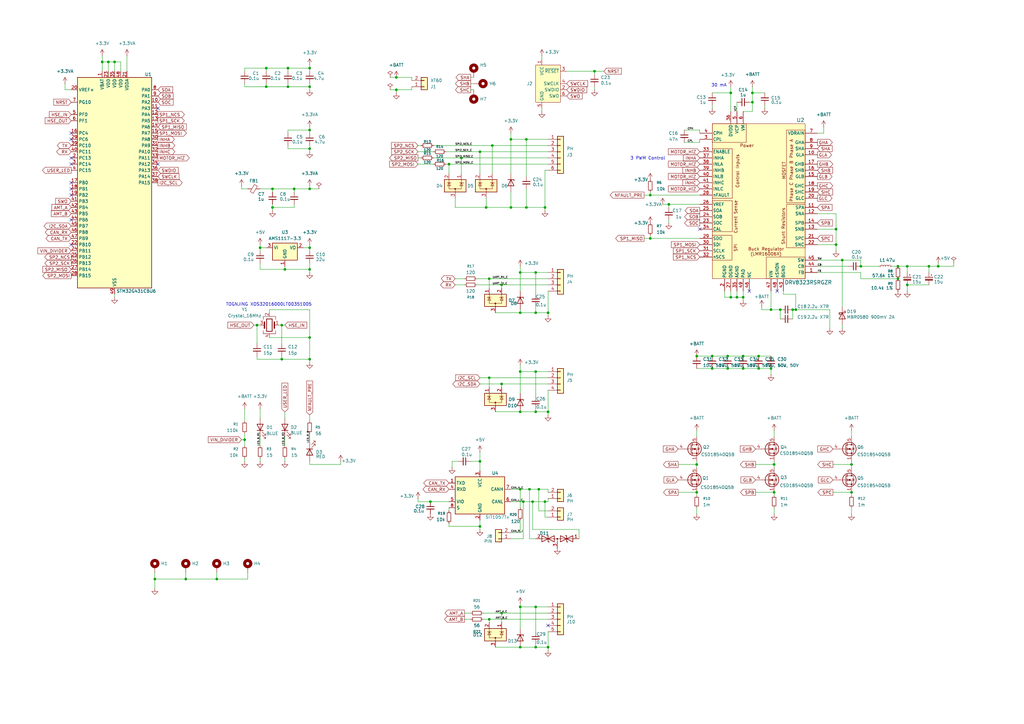
<source format=kicad_sch>
(kicad_sch (version 20250114) (generator "eeschema") (generator_version "9.0")
  (paper "A3")
  (text "TOGNJING XOS32016000LT00351005" (at 110.236 124.968 0) (effects (font (size 1.27 1.27))))
  (text "3 PWM Control" (at 265.684 65.024 0) (effects (font (size 1.27 1.27))))
  (text "30 mA" (at 294.894 35.052 0) (effects (font (size 1.27 1.27))))
  (junction (at 223.52 85.09))
  (junction (at 345.44 106.68))
  (junction (at 285.75 190.5))
  (junction (at 302.26 121.92))
  (junction (at 304.8 151.13))
  (junction (at 213.36 200.66))
  (junction (at 105.41 133.35))
  (junction (at 162.56 36.83))
  (junction (at 292.1 146.05))
  (junction (at 118.11 35.56))
  (junction (at 111.76 77.47))
  (junction (at 213.36 265.43))
  (junction (at 127 35.56))
  (junction (at 200.66 114.3))
  (junction (at 201.93 59.69))
  (junction (at 41.91 25.4))
  (junction (at 218.44 205.74))
  (junction (at 304.8 146.05))
  (junction (at 127 77.47))
  (junction (at 213.36 152.4))
  (junction (at 220.98 200.66))
  (junction (at 109.22 27.94))
  (junction (at 116.84 110.49))
  (junction (at 349.25 201.93))
  (junction (at 224.79 128.27))
  (junction (at 219.71 111.76))
  (junction (at 118.11 27.94))
  (junction (at 46.99 25.4))
  (junction (at 217.17 200.66))
  (junction (at 214.63 205.74))
  (junction (at 127 53.34))
  (junction (at 308.61 41.91))
  (junction (at 127 60.96))
  (junction (at 176.53 205.74))
  (junction (at 205.74 116.84))
  (junction (at 325.12 127))
  (junction (at 342.9 100.33))
  (junction (at 100.33 180.34))
  (junction (at 127 110.49))
  (junction (at 88.9 237.49))
  (junction (at 205.74 251.46))
  (junction (at 224.79 168.91))
  (junction (at 127 101.6))
  (junction (at 106.68 101.6))
  (junction (at 200.66 254))
  (junction (at 200.66 154.94))
  (junction (at 298.45 146.05))
  (junction (at 368.3 109.22))
  (junction (at 224.79 265.43))
  (junction (at 219.71 152.4))
  (junction (at 127 27.94))
  (junction (at 209.55 57.15))
  (junction (at 199.39 85.09))
  (junction (at 299.72 38.1))
  (junction (at 243.84 29.21))
  (junction (at 44.45 25.4))
  (junction (at 342.9 93.98))
  (junction (at 266.7 97.79))
  (junction (at 304.8 121.92))
  (junction (at 384.81 109.22))
  (junction (at 317.5 190.5))
  (junction (at 285.75 201.93))
  (junction (at 274.32 83.82))
  (junction (at 213.36 111.76))
  (junction (at 162.56 31.75))
  (junction (at 215.9 57.15))
  (junction (at 311.15 151.13))
  (junction (at 127 147.32))
  (junction (at 196.85 189.23))
  (junction (at 292.1 151.13))
  (junction (at 285.75 146.05))
  (junction (at 372.11 116.84))
  (junction (at 223.52 205.74))
  (junction (at 205.74 157.48))
  (junction (at 115.57 133.35))
  (junction (at 63.5 237.49))
  (junction (at 219.71 128.27))
  (junction (at 111.76 85.09))
  (junction (at 76.2 237.49))
  (junction (at 320.04 127))
  (junction (at 349.25 190.5))
  (junction (at 311.15 146.05))
  (junction (at 115.57 147.32))
  (junction (at 213.36 168.91))
  (junction (at 184.15 67.31))
  (junction (at 213.36 248.92))
  (junction (at 209.55 85.09))
  (junction (at 308.61 38.1))
  (junction (at 326.39 127))
  (junction (at 196.85 215.9))
  (junction (at 299.72 121.92))
  (junction (at 219.71 248.92))
  (junction (at 196.85 62.23))
  (junction (at 213.36 128.27))
  (junction (at 298.45 151.13))
  (junction (at 219.71 168.91))
  (junction (at 109.22 35.56))
  (junction (at 120.65 77.47))
  (junction (at 189.23 64.77))
  (junction (at 316.23 151.13))
  (junction (at 219.71 265.43))
  (junction (at 368.3 114.3))
  (junction (at 317.5 201.93))
  (junction (at 381 109.22))
  (junction (at 353.06 109.22))
  (junction (at 127 138.43))
  (junction (at 266.7 80.01))
  (junction (at 372.11 109.22))
  (junction (at 215.9 85.09))
  (junction (at 316.23 127))
  (no_connect (at 287.02 93.98))
  (no_connect (at 64.77 67.31))
  (no_connect (at 29.21 67.31))
  (no_connect (at 29.21 77.47))
  (no_connect (at 224.79 256.54))
  (no_connect (at 29.21 80.01))
  (no_connect (at 29.21 90.17))
  (no_connect (at 64.77 44.45))
  (no_connect (at 307.34 119.38))
  (no_connect (at 29.21 54.61))
  (no_connect (at 29.21 100.33))
  (no_connect (at 29.21 64.77))
  (no_connect (at 29.21 74.93))
  (no_connect (at 318.77 119.38))
  (no_connect (at 29.21 57.15))
  (wire (pts (xy 193.04 34.29) (xy 194.31 34.29)))
  (wire (pts (xy 264.16 97.79) (xy 266.7 97.79)))
  (wire (pts (xy 171.45 67.31) (xy 177.8 67.31)))
  (wire (pts (xy 302.26 41.91) (xy 302.26 45.72)))
  (wire (pts (xy 349.25 203.2) (xy 349.25 201.93)))
  (wire (pts (xy 215.9 57.15) (xy 224.79 57.15)))
  (wire (pts (xy 118.11 34.29) (xy 118.11 35.56)))
  (wire (pts (xy 299.72 35.56) (xy 299.72 38.1)))
  (wire (pts (xy 219.71 125.73) (xy 219.71 128.27)))
  (wire (pts (xy 106.68 133.35) (xy 105.41 133.35)))
  (wire (pts (xy 285.75 151.13) (xy 292.1 151.13)))
  (wire (pts (xy 224.79 160.02) (xy 224.79 168.91)))
  (wire (pts (xy 297.18 121.92) (xy 299.72 121.92)))
  (wire (pts (xy 105.41 133.35) (xy 104.14 133.35)))
  (wire (pts (xy 127 62.23) (xy 127 60.96)))
  (wire (pts (xy 186.69 114.3) (xy 190.5 114.3)))
  (wire (pts (xy 186.69 85.09) (xy 199.39 85.09)))
  (wire (pts (xy 127 127) (xy 127 138.43)))
  (wire (pts (xy 63.5 241.3) (xy 63.5 237.49)))
  (wire (pts (xy 317.5 189.23) (xy 317.5 190.5)))
  (wire (pts (xy 243.84 30.48) (xy 243.84 29.21)))
  (wire (pts (xy 313.69 38.1) (xy 308.61 38.1)))
  (wire (pts (xy 384.81 109.22) (xy 391.16 109.22)))
  (wire (pts (xy 312.42 125.73) (xy 312.42 127)))
  (wire (pts (xy 213.36 111.76) (xy 219.71 111.76)))
  (wire (pts (xy 49.53 25.4) (xy 49.53 29.21)))
  (wire (pts (xy 116.84 179.07) (xy 116.84 182.88)))
  (wire (pts (xy 302.26 119.38) (xy 302.26 121.92)))
  (wire (pts (xy 171.45 62.23) (xy 177.8 62.23)))
  (wire (pts (xy 88.9 234.95) (xy 88.9 237.49)))
  (wire (pts (xy 316.23 146.05) (xy 311.15 146.05)))
  (wire (pts (xy 209.55 71.12) (xy 209.55 57.15)))
  (wire (pts (xy 52.07 22.86) (xy 52.07 29.21)))
  (wire (pts (xy 349.25 189.23) (xy 349.25 190.5)))
  (wire (pts (xy 213.36 127) (xy 213.36 128.27)))
  (wire (pts (xy 224.79 119.38) (xy 224.79 128.27)))
  (wire (pts (xy 215.9 85.09) (xy 223.52 85.09)))
  (wire (pts (xy 345.44 106.68) (xy 353.06 106.68)))
  (wire (pts (xy 106.68 101.6) (xy 106.68 102.87)))
  (wire (pts (xy 100.33 180.34) (xy 100.33 182.88)))
  (wire (pts (xy 341.63 201.93) (xy 349.25 201.93)))
  (wire (pts (xy 349.25 208.28) (xy 349.25 210.82)))
  (wire (pts (xy 139.7 190.5) (xy 139.7 189.23)))
  (wire (pts (xy 271.78 83.82) (xy 274.32 83.82)))
  (wire (pts (xy 182.88 67.31) (xy 184.15 67.31)))
  (wire (pts (xy 266.7 97.79) (xy 287.02 97.79)))
  (wire (pts (xy 205.74 251.46) (xy 224.79 251.46)))
  (wire (pts (xy 224.79 265.43) (xy 224.79 259.08)))
  (wire (pts (xy 308.61 41.91) (xy 308.61 45.72)))
  (wire (pts (xy 106.68 101.6) (xy 109.22 101.6)))
  (wire (pts (xy 214.63 220.98) (xy 209.55 220.98)))
  (wire (pts (xy 342.9 87.63) (xy 342.9 93.98)))
  (wire (pts (xy 213.36 152.4) (xy 213.36 161.29)))
  (wire (pts (xy 105.41 133.35) (xy 105.41 140.97)))
  (wire (pts (xy 195.58 114.3) (xy 200.66 114.3)))
  (wire (pts (xy 274.32 83.82) (xy 274.32 85.09)))
  (wire (pts (xy 304.8 146.05) (xy 311.15 146.05)))
  (wire (pts (xy 196.85 157.48) (xy 205.74 157.48)))
  (wire (pts (xy 185.42 189.23) (xy 185.42 191.77)))
  (wire (pts (xy 196.85 62.23) (xy 224.79 62.23)))
  (wire (pts (xy 381 109.22) (xy 384.81 109.22)))
  (wire (pts (xy 224.79 168.91) (xy 224.79 170.18)))
  (wire (pts (xy 44.45 25.4) (xy 46.99 25.4)))
  (wire (pts (xy 127 54.61) (xy 127 53.34)))
  (wire (pts (xy 115.57 133.35) (xy 116.84 133.35)))
  (wire (pts (xy 160.02 31.75) (xy 162.56 31.75)))
  (wire (pts (xy 209.55 78.74) (xy 209.55 85.09)))
  (wire (pts (xy 353.06 109.22) (xy 360.68 109.22)))
  (wire (pts (xy 160.02 36.83) (xy 162.56 36.83)))
  (wire (pts (xy 100.33 35.56) (xy 100.33 34.29)))
  (wire (pts (xy 205.74 116.84) (xy 205.74 118.11)))
  (wire (pts (xy 106.68 107.95) (xy 106.68 110.49)))
  (wire (pts (xy 292.1 44.45) (xy 292.1 43.18)))
  (wire (pts (xy 213.36 152.4) (xy 219.71 152.4)))
  (wire (pts (xy 219.71 111.76) (xy 219.71 120.65)))
  (wire (pts (xy 200.66 114.3) (xy 200.66 118.11)))
  (wire (pts (xy 320.04 130.81) (xy 320.04 127)))
  (wire (pts (xy 127 189.23) (xy 127 190.5)))
  (wire (pts (xy 116.84 187.96) (xy 116.84 189.23)))
  (wire (pts (xy 184.15 215.9) (xy 196.85 215.9)))
  (wire (pts (xy 196.85 189.23) (xy 196.85 193.04)))
  (wire (pts (xy 381 109.22) (xy 381 111.76)))
  (wire (pts (xy 127 101.6) (xy 124.46 101.6)))
  (wire (pts (xy 106.68 100.33) (xy 106.68 101.6)))
  (wire (pts (xy 127 77.47) (xy 130.81 77.47)))
  (wire (pts (xy 340.36 127) (xy 326.39 127)))
  (wire (pts (xy 285.75 176.53) (xy 285.75 179.07)))
  (wire (pts (xy 198.12 254) (xy 200.66 254)))
  (wire (pts (xy 223.52 69.85) (xy 223.52 85.09)))
  (wire (pts (xy 201.93 59.69) (xy 224.79 59.69)))
  (wire (pts (xy 316.23 151.13) (xy 311.15 151.13)))
  (wire (pts (xy 110.49 138.43) (xy 127 138.43)))
  (wire (pts (xy 162.56 36.83) (xy 162.56 38.1)))
  (wire (pts (xy 297.18 119.38) (xy 297.18 121.92)))
  (wire (pts (xy 342.9 100.33) (xy 342.9 102.87)))
  (wire (pts (xy 220.98 209.55) (xy 220.98 200.66)))
  (wire (pts (xy 321.31 120.65) (xy 326.39 120.65)))
  (wire (pts (xy 224.79 209.55) (xy 220.98 209.55)))
  (wire (pts (xy 203.2 128.27) (xy 213.36 128.27)))
  (wire (pts (xy 100.33 187.96) (xy 100.33 189.23)))
  (wire (pts (xy 285.75 189.23) (xy 285.75 190.5)))
  (wire (pts (xy 384.81 107.95) (xy 384.81 109.22)))
  (wire (pts (xy 109.22 27.94) (xy 100.33 27.94)))
  (wire (pts (xy 264.16 80.01) (xy 266.7 80.01)))
  (wire (pts (xy 321.31 120.65) (xy 321.31 119.38)))
  (wire (pts (xy 200.66 154.94) (xy 200.66 158.75)))
  (wire (pts (xy 111.76 77.47) (xy 120.65 77.47)))
  (wire (pts (xy 298.45 151.13) (xy 292.1 151.13)))
  (wire (pts (xy 278.13 190.5) (xy 285.75 190.5)))
  (wire (pts (xy 185.42 189.23) (xy 187.96 189.23)))
  (wire (pts (xy 308.61 38.1) (xy 308.61 41.91)))
  (wire (pts (xy 312.42 127) (xy 316.23 127)))
  (wire (pts (xy 285.75 190.5) (xy 285.75 191.77)))
  (wire (pts (xy 224.79 129.54) (xy 224.79 128.27)))
  (wire (pts (xy 299.72 121.92) (xy 302.26 121.92)))
  (wire (pts (xy 372.11 116.84) (xy 372.11 119.38)))
  (wire (pts (xy 292.1 38.1) (xy 299.72 38.1)))
  (wire (pts (xy 115.57 146.05) (xy 115.57 147.32)))
  (wire (pts (xy 162.56 31.75) (xy 168.91 31.75)))
  (wire (pts (xy 46.99 121.92) (xy 46.99 120.65)))
  (wire (pts (xy 176.53 205.74) (xy 171.45 205.74)))
  (wire (pts (xy 190.5 251.46) (xy 193.04 251.46)))
  (wire (pts (xy 213.36 149.86) (xy 213.36 152.4)))
  (wire (pts (xy 213.36 200.66) (xy 213.36 208.28)))
  (wire (pts (xy 99.06 77.47) (xy 101.6 77.47)))
  (wire (pts (xy 189.23 64.77) (xy 224.79 64.77)))
  (wire (pts (xy 127 110.49) (xy 127 111.76)))
  (wire (pts (xy 213.36 109.22) (xy 213.36 111.76)))
  (wire (pts (xy 337.82 52.07) (xy 337.82 54.61)))
  (wire (pts (xy 195.58 116.84) (xy 205.74 116.84)))
  (wire (pts (xy 219.71 167.64) (xy 219.71 168.91)))
  (wire (pts (xy 26.67 36.83) (xy 29.21 36.83)))
  (wire (pts (xy 372.11 109.22) (xy 372.11 111.76)))
  (wire (pts (xy 292.1 146.05) (xy 298.45 146.05)))
  (wire (pts (xy 115.57 133.35) (xy 115.57 140.97)))
  (wire (pts (xy 171.45 64.77) (xy 172.72 64.77)))
  (wire (pts (xy 299.72 38.1) (xy 299.72 45.72)))
  (wire (pts (xy 120.65 83.82) (xy 120.65 85.09)))
  (wire (pts (xy 309.88 190.5) (xy 317.5 190.5)))
  (wire (pts (xy 177.8 59.69) (xy 201.93 59.69)))
  (wire (pts (xy 76.2 234.95) (xy 76.2 237.49)))
  (wire (pts (xy 171.45 59.69) (xy 172.72 59.69)))
  (wire (pts (xy 219.71 152.4) (xy 224.79 152.4)))
  (wire (pts (xy 41.91 25.4) (xy 41.91 29.21)))
  (wire (pts (xy 237.49 217.17) (xy 218.44 217.17)))
  (wire (pts (xy 88.9 237.49) (xy 101.6 237.49)))
  (wire (pts (xy 196.85 154.94) (xy 200.66 154.94)))
  (wire (pts (xy 349.25 176.53) (xy 349.25 179.07)))
  (wire (pts (xy 127 147.32) (xy 115.57 147.32)))
  (wire (pts (xy 110.49 128.27) (xy 110.49 127)))
  (wire (pts (xy 105.41 146.05) (xy 105.41 147.32)))
  (wire (pts (xy 44.45 25.4) (xy 44.45 29.21)))
  (wire (pts (xy 196.85 213.36) (xy 196.85 215.9)))
  (wire (pts (xy 127 107.95) (xy 127 110.49)))
  (wire (pts (xy 292.1 146.05) (xy 285.75 146.05)))
  (wire (pts (xy 200.66 254) (xy 200.66 255.27)))
  (wire (pts (xy 114.3 133.35) (xy 115.57 133.35)))
  (wire (pts (xy 106.68 77.47) (xy 111.76 77.47)))
  (wire (pts (xy 116.84 168.91) (xy 116.84 171.45)))
  (wire (pts (xy 127 29.21) (xy 127 27.94)))
  (wire (pts (xy 162.56 36.83) (xy 168.91 36.83)))
  (wire (pts (xy 214.63 205.74) (xy 218.44 205.74)))
  (wire (pts (xy 127 53.34) (xy 127 52.07)))
  (wire (pts (xy 349.25 190.5) (xy 349.25 191.77)))
  (wire (pts (xy 391.16 107.95) (xy 391.16 109.22)))
  (wire (pts (xy 127 53.34) (xy 118.11 53.34)))
  (wire (pts (xy 201.93 59.69) (xy 201.93 71.12)))
  (wire (pts (xy 223.52 69.85) (xy 224.79 69.85)))
  (wire (pts (xy 224.79 212.09) (xy 223.52 212.09)))
  (wire (pts (xy 116.84 110.49) (xy 116.84 109.22)))
  (wire (pts (xy 118.11 59.69) (xy 118.11 60.96)))
  (wire (pts (xy 308.61 45.72) (xy 304.8 45.72)))
  (wire (pts (xy 219.71 248.92) (xy 219.71 259.08)))
  (wire (pts (xy 200.66 154.94) (xy 224.79 154.94)))
  (wire (pts (xy 184.15 205.74) (xy 176.53 205.74)))
  (wire (pts (xy 243.84 29.21) (xy 247.65 29.21)))
  (wire (pts (xy 223.52 212.09) (xy 223.52 205.74)))
  (wire (pts (xy 109.22 35.56) (xy 100.33 35.56)))
  (wire (pts (xy 189.23 64.77) (xy 189.23 71.12)))
  (wire (pts (xy 106.68 171.45) (xy 106.68 167.64)))
  (wire (pts (xy 205.74 251.46) (xy 205.74 255.27)))
  (wire (pts (xy 335.28 93.98) (xy 342.9 93.98)))
  (wire (pts (xy 205.74 157.48) (xy 205.74 158.75)))
  (wire (pts (xy 365.76 109.22) (xy 368.3 109.22)))
  (wire (pts (xy 193.04 189.23) (xy 196.85 189.23)))
  (wire (pts (xy 274.32 91.44) (xy 274.32 90.17)))
  (wire (pts (xy 299.72 119.38) (xy 299.72 121.92)))
  (wire (pts (xy 213.36 168.91) (xy 219.71 168.91)))
  (wire (pts (xy 304.8 121.92) (xy 304.8 123.19)))
  (wire (pts (xy 196.85 185.42) (xy 196.85 189.23)))
  (wire (pts (xy 127 170.18) (xy 127 172.72)))
  (wire (pts (xy 196.85 217.17) (xy 196.85 215.9)))
  (wire (pts (xy 127 147.32) (xy 127 148.59)))
  (wire (pts (xy 111.76 85.09) (xy 111.76 86.36)))
  (wire (pts (xy 209.55 200.66) (xy 213.36 200.66)))
  (wire (pts (xy 196.85 62.23) (xy 196.85 71.12)))
  (wire (pts (xy 213.36 265.43) (xy 219.71 265.43)))
  (wire (pts (xy 287.02 57.15) (xy 287.02 58.42)))
  (wire (pts (xy 317.5 190.5) (xy 317.5 191.77)))
  (wire (pts (xy 118.11 27.94) (xy 109.22 27.94)))
  (wire (pts (xy 317.5 208.28) (xy 317.5 210.82)))
  (wire (pts (xy 368.3 109.22) (xy 372.11 109.22)))
  (wire (pts (xy 317.5 201.93) (xy 317.5 203.2)))
  (wire (pts (xy 199.39 81.28) (xy 199.39 85.09)))
  (wire (pts (xy 209.55 57.15) (xy 215.9 57.15)))
  (wire (pts (xy 168.91 31.75) (xy 168.91 33.02)))
  (wire (pts (xy 186.69 116.84) (xy 190.5 116.84)))
  (wire (pts (xy 109.22 29.21) (xy 109.22 27.94)))
  (wire (pts (xy 266.7 96.52) (xy 266.7 97.79)))
  (wire (pts (xy 203.2 265.43) (xy 213.36 265.43)))
  (wire (pts (xy 111.76 83.82) (xy 111.76 85.09)))
  (wire (pts (xy 316.23 119.38) (xy 316.23 127)))
  (wire (pts (xy 111.76 77.47) (xy 111.76 78.74)))
  (wire (pts (xy 224.79 265.43) (xy 224.79 266.7)))
  (wire (pts (xy 120.65 77.47) (xy 127 77.47)))
  (wire (pts (xy 220.98 200.66) (xy 224.79 200.66)))
  (wire (pts (xy 215.9 77.47) (xy 215.9 85.09)))
  (wire (pts (xy 335.28 106.68) (xy 345.44 106.68)))
  (wire (pts (xy 213.36 128.27) (xy 219.71 128.27)))
  (wire (pts (xy 217.17 200.66) (xy 217.17 220.98)))
  (wire (pts (xy 274.32 83.82) (xy 287.02 83.82)))
  (wire (pts (xy 209.55 205.74) (xy 214.63 205.74)))
  (wire (pts (xy 342.9 100.33) (xy 335.28 100.33)))
  (wire (pts (xy 213.36 200.66) (xy 217.17 200.66)))
  (wire (pts (xy 127 26.67) (xy 127 27.94)))
  (wire (pts (xy 224.79 205.74) (xy 224.79 204.47)))
  (wire (pts (xy 118.11 54.61) (xy 118.11 53.34)))
  (wire (pts (xy 340.36 127) (xy 340.36 134.62)))
  (wire (pts (xy 200.66 254) (xy 224.79 254)))
  (wire (pts (xy 213.36 247.65) (xy 213.36 248.92)))
  (wire (pts (xy 223.52 86.36) (xy 223.52 85.09)))
  (wire (pts (xy 280.67 53.34) (xy 287.02 53.34)))
  (wire (pts (xy 219.71 128.27) (xy 224.79 128.27)))
  (wire (pts (xy 184.15 215.9) (xy 184.15 214.63)))
  (wire (pts (xy 342.9 93.98) (xy 342.9 100.33)))
  (wire (pts (xy 304.8 151.13) (xy 298.45 151.13)))
  (wire (pts (xy 326.39 127) (xy 325.12 127)))
  (wire (pts (xy 106.68 179.07) (xy 106.68 182.88)))
  (wire (pts (xy 118.11 35.56) (xy 109.22 35.56)))
  (wire (pts (xy 213.36 248.92) (xy 219.71 248.92)))
  (wire (pts (xy 184.15 67.31) (xy 184.15 71.12)))
  (wire (pts (xy 127 36.83) (xy 127 35.56)))
  (wire (pts (xy 99.06 77.47) (xy 99.06 76.2)))
  (wire (pts (xy 127 34.29) (xy 127 35.56)))
  (wire (pts (xy 278.13 201.93) (xy 285.75 201.93)))
  (wire (pts (xy 213.36 257.81) (xy 213.36 248.92)))
  (wire (pts (xy 304.8 119.38) (xy 304.8 121.92)))
  (wire (pts (xy 198.12 251.46) (xy 205.74 251.46)))
  (wire (pts (xy 224.79 200.66) (xy 224.79 201.93)))
  (wire (pts (xy 171.45 204.47) (xy 171.45 205.74)))
  (wire (pts (xy 280.67 58.42) (xy 287.02 58.42)))
  (wire (pts (xy 127 138.43) (xy 127 147.32)))
  (wire (pts (xy 100.33 177.8) (xy 100.33 180.34)))
  (wire (pts (xy 218.44 205.74) (xy 223.52 205.74)))
  (wire (pts (xy 100.33 167.64) (xy 100.33 172.72)))
  (wire (pts (xy 41.91 22.86) (xy 41.91 25.4)))
  (wire (pts (xy 219.71 264.16) (xy 219.71 265.43)))
  (wire (pts (xy 120.65 85.09) (xy 111.76 85.09)))
  (wire (pts (xy 100.33 29.21) (xy 100.33 27.94)))
  (wire (pts (xy 205.74 157.48) (xy 224.79 157.48)))
  (wire (pts (xy 46.99 25.4) (xy 46.99 29.21)))
  (wire (pts (xy 353.06 114.3) (xy 353.06 111.76)))
  (wire (pts (xy 200.66 114.3) (xy 224.79 114.3)))
  (wire (pts (xy 127 76.2) (xy 127 77.47)))
  (wire (pts (xy 106.68 187.96) (xy 106.68 189.23)))
  (wire (pts (xy 316.23 151.13) (xy 316.23 153.67)))
  (wire (pts (xy 193.04 31.75) (xy 194.31 31.75)))
  (wire (pts (xy 222.25 45.72) (xy 222.25 44.45)))
  (wire (pts (xy 285.75 208.28) (xy 285.75 210.82)))
  (wire (pts (xy 341.63 190.5) (xy 349.25 190.5)))
  (wire (pts (xy 63.5 234.95) (xy 63.5 237.49)))
  (wire (pts (xy 182.88 62.23) (xy 196.85 62.23)))
  (wire (pts (xy 243.84 29.21) (xy 232.41 29.21)))
  (wire (pts (xy 266.7 78.74) (xy 266.7 80.01)))
  (wire (pts (xy 219.71 152.4) (xy 219.71 162.56)))
  (wire (pts (xy 313.69 44.45) (xy 313.69 43.18)))
  (wire (pts (xy 287.02 53.34) (xy 287.02 54.61)))
  (wire (pts (xy 127 102.87) (xy 127 101.6)))
  (wire (pts (xy 381 116.84) (xy 372.11 116.84)))
  (wire (pts (xy 214.63 205.74) (xy 214.63 220.98)))
  (wire (pts (xy 345.44 106.68) (xy 345.44 125.73)))
  (wire (pts (xy 213.36 111.76) (xy 213.36 119.38)))
  (wire (pts (xy 209.55 54.61) (xy 209.55 57.15)))
  (wire (pts (xy 127 190.5) (xy 139.7 190.5)))
  (wire (pts (xy 127 35.56) (xy 118.11 35.56)))
  (wire (pts (xy 26.67 34.29) (xy 26.67 36.83)))
  (wire (pts (xy 177.8 64.77) (xy 189.23 64.77)))
  (wire (pts (xy 127 60.96) (xy 118.11 60.96)))
  (wire (pts (xy 219.71 111.76) (xy 224.79 111.76)))
  (wire (pts (xy 266.7 80.01) (xy 287.02 80.01)))
  (wire (pts (xy 186.69 81.28) (xy 186.69 85.09)))
  (wire (pts (xy 109.22 34.29) (xy 109.22 35.56)))
  (wire (pts (xy 116.84 110.49) (xy 127 110.49)))
  (wire (pts (xy 213.36 218.44) (xy 213.36 213.36)))
  (wire (pts (xy 304.8 151.13) (xy 311.15 151.13)))
  (wire (pts (xy 76.2 237.49) (xy 88.9 237.49)))
  (wire (pts (xy 215.9 57.15) (xy 215.9 72.39)))
  (wire (pts (xy 217.17 220.98) (xy 219.71 220.98)))
  (wire (pts (xy 285.75 201.93) (xy 285.75 203.2)))
  (wire (pts (xy 309.88 201.93) (xy 317.5 201.93)))
  (wire (pts (xy 209.55 85.09) (xy 215.9 85.09)))
  (wire (pts (xy 223.52 205.74) (xy 224.79 205.74)))
  (wire (pts (xy 219.71 265.43) (xy 224.79 265.43)))
  (wire (pts (xy 199.39 85.09) (xy 209.55 85.09)))
  (wire (pts (xy 203.2 168.91) (xy 213.36 168.91)))
  (wire (pts (xy 46.99 25.4) (xy 49.53 25.4)))
  (wire (pts (xy 326.39 120.65) (xy 326.39 127)))
  (wire (pts (xy 325.12 130.81) (xy 325.12 127)))
  (wire (pts (xy 118.11 29.21) (xy 118.11 27.94)))
  (wire (pts (xy 308.61 35.56) (xy 308.61 38.1)))
  (wire (pts (xy 304.8 146.05) (xy 298.45 146.05)))
  (wire (pts (xy 308.61 41.91) (xy 307.34 41.91)))
  (wire (pts (xy 193.04 36.83) (xy 194.31 36.83)))
  (wire (pts (xy 106.68 110.49) (xy 116.84 110.49)))
  (wire (pts (xy 243.84 36.83) (xy 243.84 35.56)))
  (wire (pts (xy 127 181.61) (xy 127 177.8)))
  (wire (pts (xy 120.65 77.47) (xy 120.65 78.74)))
  (wire (pts (xy 184.15 67.31) (xy 224.79 67.31)))
  (wire (pts (xy 224.79 168.91) (xy 219.71 168.91)))
  (wire (pts (xy 168.91 36.83) (xy 168.91 35.56)))
  (wire (pts (xy 237.49 220.98) (xy 237.49 217.17)))
  (wire (pts (xy 218.44 217.17) (xy 218.44 205.74)))
  (wire (pts (xy 115.57 147.32) (xy 105.41 147.32)))
  (wire (pts (xy 127 27.94) (xy 118.11 27.94)))
  (wire (pts (xy 101.6 234.95) (xy 101.6 237.49)))
  (wire (pts (xy 317.5 176.53) (xy 317.5 179.07)))
  (wire (pts (xy 184.15 209.55) (xy 184.15 208.28)))
  (wire (pts (xy 127 59.69) (xy 127 60.96)))
  (wire (pts (xy 219.71 248.92) (xy 224.79 248.92)))
  (wire (pts (xy 110.49 127) (xy 127 127)))
  (wire (pts (xy 41.91 25.4) (xy 44.45 25.4)))
  (wire (pts (xy 302.26 121.92) (xy 304.8 121.92)))
  (wire (pts (xy 316.23 127) (xy 320.04 127)))
  (wire (pts (xy 209.55 218.44) (xy 213.36 218.44)))
  (wire (pts (xy 222.25 22.86) (xy 222.25 24.13)))
  (wire (pts (xy 353.06 114.3) (xy 368.3 114.3)))
  (wire (pts (xy 335.28 109.22) (xy 347.98 109.22)))
  (wire (pts (xy 345.44 134.62) (xy 345.44 133.35)))
  (wire (pts (xy 335.28 54.61) (xy 337.82 54.61)))
  (wire (pts (xy 127 100.33) (xy 127 101.6)))
  (wire (pts (xy 335.28 87.63) (xy 342.9 87.63)))
  (wire (pts (xy 205.74 116.84) (xy 224.79 116.84)))
  (wire (pts (xy 335.28 111.76) (xy 353.06 111.76)))
  (wire (pts (xy 217.17 200.66) (xy 220.98 200.66)))
  (wire (pts (xy 63.5 237.49) (xy 76.2 237.49)))
  (wire (pts (xy 353.06 106.68) (xy 353.06 109.22)))
  (wire (pts (xy 99.06 180.34) (xy 100.33 180.34)))
  (wire (pts (xy 372.11 109.22) (xy 381 109.22)))
  (wire (pts (xy 190.5 254) (xy 193.04 254)))
  (label "LED_B_R1" (at 106.68 182.88 90) (effects (font (size 0.762 0.762))))
  (label "UART_TX_C" (at 201.93 116.84 0) (effects (font (size 0.762 0.762))))
  (label "AMT_A_C" (at 203.2 251.46 0) (effects (font (size 0.762 0.762))))
  (label "CPL" (at 281.94 58.42 0) (effects (font (size 0.762 0.762))))
  (label "CAN_R_J" (at 209.55 218.44 0) (effects (font (size 0.762 0.762))))
  (label "LED_B_R2" (at 116.84 182.88 90) (effects (font (size 0.762 0.762))))
  (label "CAN_H_C" (at 209.55 200.66 0) (effects (font (size 0.762 0.762))))
  (label "SPI2_NCS_C" (at 186.69 59.69 0) (effects (font (size 0.762 0.762))))
  (label "CAN_L_C" (at 209.55 205.74 0) (effects (font (size 0.762 0.762))))
  (label "FB" (at 335.28 111.76 0) (effects (font (size 0.762 0.762))))
  (label "SPI2_SCK_C" (at 186.69 62.23 0) (effects (font (size 0.762 0.762))))
  (label "CB" (at 335.28 109.22 0) (effects (font (size 0.762 0.762))))
  (label "VCP" (at 302.26 45.72 90) (effects (font (size 0.762 0.762))))
  (label "SPI2_MOSI_C" (at 186.69 67.31 0) (effects (font (size 0.762 0.762))))
  (label "LED_R_R" (at 127 181.61 90) (effects (font (size 0.762 0.762))))
  (label "SPI2_MISO_C" (at 186.69 64.77 0) (effects (font (size 0.762 0.762))))
  (label "SW" (at 335.28 106.68 0) (effects (font (size 0.762 0.762))))
  (label "UART_RX_C" (at 201.93 114.3 0) (effects (font (size 0.762 0.762))))
  (label "AMT_B_C" (at 203.2 254 0) (effects (font (size 0.762 0.762))))
  (label "CPH" (at 281.94 53.34 0) (effects (font (size 0.762 0.762))))
  (global_label "NFAULT_PRE" (shape output) (at 264.16 80.01 180) (property "Intersheetrefs" "${INTERSHEET_REFS}" (effects (hide yes))))
  (global_label "USER_LED" (shape input) (at 116.84 168.91 90) (property "Intersheetrefs" "${INTERSHEET_REFS}" (effects (hide yes))))
  (global_label "INHA" (shape input) (at 287.02 64.77 180) (property "Intersheetrefs" "${INTERSHEET_REFS}" (effects (hide yes))))
  (global_label "SHA" (shape output) (at 278.13 190.5 180) (property "Intersheetrefs" "${INTERSHEET_REFS}" (effects (hide yes))))
  (global_label "MOTOR_HiZ" (shape output) (at 64.77 64.77 0) (property "Intersheetrefs" "${INTERSHEET_REFS}" (effects (hide yes))))
  (global_label "I2C_SDA" (shape bidirectional) (at 196.85 157.48 180) (property "Intersheetrefs" "${INTERSHEET_REFS}" (effects (hide yes))))
  (global_label "CAN_RX" (shape bidirectional) (at 29.21 95.25 180) (property "Intersheetrefs" "${INTERSHEET_REFS}" (effects (hide yes))))
  (global_label "AMT_A" (shape output) (at 190.5 251.46 180) (property "Intersheetrefs" "${INTERSHEET_REFS}" (effects (hide yes))))
  (global_label "SP2_MISO" (shape output) (at 171.45 64.77 180) (property "Intersheetrefs" "${INTERSHEET_REFS}" (effects (hide yes))))
  (global_label "MOTOR_HiZ" (shape input) (at 287.02 62.23 180) (property "Intersheetrefs" "${INTERSHEET_REFS}" (effects (hide yes))))
  (global_label "GHA" (shape input) (at 278.13 184.15 180) (property "Intersheetrefs" "${INTERSHEET_REFS}" (effects (hide yes))))
  (global_label "SP1_MISO" (shape input) (at 64.77 52.07 0) (property "Intersheetrefs" "${INTERSHEET_REFS}" (effects (hide yes))))
  (global_label "SP1_MISO" (shape output) (at 264.16 97.79 180) (property "Intersheetrefs" "${INTERSHEET_REFS}" (effects (hide yes))))
  (global_label "NRST" (shape input) (at 247.65 29.21 0) (property "Intersheetrefs" "${INTERSHEET_REFS}" (effects (hide yes))))
  (global_label "SHC" (shape input) (at 335.28 78.74 0) (property "Intersheetrefs" "${INTERSHEET_REFS}" (effects (hide yes))))
  (global_label "SP2_NCS" (shape output) (at 29.21 105.41 180) (property "Intersheetrefs" "${INTERSHEET_REFS}" (effects (hide yes))))
  (global_label "INHC" (shape input) (at 287.02 74.93 180) (property "Intersheetrefs" "${INTERSHEET_REFS}" (effects (hide yes))))
  (global_label "SP1_SCK" (shape input) (at 287.02 102.87 180) (property "Intersheetrefs" "${INTERSHEET_REFS}" (effects (hide yes))))
  (global_label "SOA" (shape output) (at 287.02 86.36 180) (property "Intersheetrefs" "${INTERSHEET_REFS}" (effects (hide yes))))
  (global_label "VIN_DIVIDER" (shape input) (at 29.21 102.87 180) (property "Intersheetrefs" "${INTERSHEET_REFS}" (effects (hide yes))))
  (global_label "SOC" (shape input) (at 64.77 41.91 0) (property "Intersheetrefs" "${INTERSHEET_REFS}" (effects (hide yes))))
  (global_label "MOTOR_HiZ" (shape input) (at 287.02 77.47 180) (property "Intersheetrefs" "${INTERSHEET_REFS}" (effects (hide yes))))
  (global_label "SPC" (shape input) (at 335.28 97.79 0) (property "Intersheetrefs" "${INTERSHEET_REFS}" (effects (hide yes))))
  (global_label "SP1_NCS" (shape input) (at 287.02 105.41 180) (property "Intersheetrefs" "${INTERSHEET_REFS}" (effects (hide yes))))
  (global_label "GHC" (shape output) (at 335.28 76.2 0) (property "Intersheetrefs" "${INTERSHEET_REFS}" (effects (hide yes))))
  (global_label "INHB" (shape output) (at 64.77 59.69 0) (property "Intersheetrefs" "${INTERSHEET_REFS}" (effects (hide yes))))
  (global_label "NFAULT_PRE" (shape input) (at 127 170.18 90) (property "Intersheetrefs" "${INTERSHEET_REFS}" (effects (hide yes))))
  (global_label "I2C_SCL" (shape input) (at 196.85 154.94 180) (property "Intersheetrefs" "${INTERSHEET_REFS}" (effects (hide yes))))
  (global_label "SPA" (shape output) (at 278.13 201.93 180) (property "Intersheetrefs" "${INTERSHEET_REFS}" (effects (hide yes))))
  (global_label "SWO" (shape input) (at 29.21 82.55 180) (property "Intersheetrefs" "${INTERSHEET_REFS}" (effects (hide yes))))
  (global_label "SP2_NCS" (shape input) (at 171.45 59.69 180) (property "Intersheetrefs" "${INTERSHEET_REFS}" (effects (hide yes))))
  (global_label "SPC" (shape output) (at 341.63 201.93 180) (property "Intersheetrefs" "${INTERSHEET_REFS}" (effects (hide yes))))
  (global_label "SHA" (shape output) (at 193.04 31.75 180) (property "Intersheetrefs" "${INTERSHEET_REFS}" (effects (hide yes))))
  (global_label "SHB" (shape input) (at 335.28 69.85 0) (property "Intersheetrefs" "${INTERSHEET_REFS}" (effects (hide yes))))
  (global_label "GLA" (shape input) (at 278.13 196.85 180) (property "Intersheetrefs" "${INTERSHEET_REFS}" (effects (hide yes))))
  (global_label "HSE_IN" (shape input) (at 29.21 46.99 180) (property "Intersheetrefs" "${INTERSHEET_REFS}" (effects (hide yes))))
  (global_label "SP1_NCS" (shape output) (at 64.77 46.99 0) (property "Intersheetrefs" "${INTERSHEET_REFS}" (effects (hide yes))))
  (global_label "SWDIO" (shape input) (at 64.77 69.85 0) (property "Intersheetrefs" "${INTERSHEET_REFS}" (effects (hide yes))))
  (global_label "SOB" (shape output) (at 287.02 88.9 180) (property "Intersheetrefs" "${INTERSHEET_REFS}" (effects (hide yes))))
  (global_label "I2C_SCL" (shape output) (at 64.77 74.93 0) (property "Intersheetrefs" "${INTERSHEET_REFS}" (effects (hide yes))))
  (global_label "GLC" (shape output) (at 335.28 81.28 0) (property "Intersheetrefs" "${INTERSHEET_REFS}" (effects (hide yes))))
  (global_label "I2C_SDA" (shape bidirectional) (at 29.21 92.71 180) (property "Intersheetrefs" "${INTERSHEET_REFS}" (effects (hide yes))))
  (global_label "SHB" (shape output) (at 193.04 34.29 180) (property "Intersheetrefs" "${INTERSHEET_REFS}" (effects (hide yes))))
  (global_label "SOB" (shape input) (at 64.77 39.37 0) (property "Intersheetrefs" "${INTERSHEET_REFS}" (effects (hide yes))))
  (global_label "INHA" (shape output) (at 64.77 57.15 0) (property "Intersheetrefs" "${INTERSHEET_REFS}" (effects (hide yes))))
  (global_label "SWCLK" (shape input) (at 232.41 34.29 0) (property "Intersheetrefs" "${INTERSHEET_REFS}" (effects (hide yes))))
  (global_label "SHC" (shape output) (at 341.63 190.5 180) (property "Intersheetrefs" "${INTERSHEET_REFS}" (effects (hide yes))))
  (global_label "SOA" (shape input) (at 64.77 36.83 0) (property "Intersheetrefs" "${INTERSHEET_REFS}" (effects (hide yes))))
  (global_label "INHB" (shape input) (at 287.02 69.85 180) (property "Intersheetrefs" "${INTERSHEET_REFS}" (effects (hide yes))))
  (global_label "SOC" (shape output) (at 287.02 91.44 180) (property "Intersheetrefs" "${INTERSHEET_REFS}" (effects (hide yes))))
  (global_label "SPA" (shape input) (at 335.28 85.09 0) (property "Intersheetrefs" "${INTERSHEET_REFS}" (effects (hide yes))))
  (global_label "SP1_MOSI" (shape input) (at 287.02 100.33 180) (property "Intersheetrefs" "${INTERSHEET_REFS}" (effects (hide yes))))
  (global_label "AMT_B" (shape output) (at 190.5 254 180) (property "Intersheetrefs" "${INTERSHEET_REFS}" (effects (hide yes))))
  (global_label "SPB" (shape input) (at 335.28 91.44 0) (property "Intersheetrefs" "${INTERSHEET_REFS}" (effects (hide yes))))
  (global_label "GHB" (shape output) (at 335.28 67.31 0) (property "Intersheetrefs" "${INTERSHEET_REFS}" (effects (hide yes))))
  (global_label "AMT_A" (shape input) (at 29.21 85.09 180) (property "Intersheetrefs" "${INTERSHEET_REFS}" (effects (hide yes))))
  (global_label "CAN_RX" (shape bidirectional) (at 184.15 200.66 180) (property "Intersheetrefs" "${INTERSHEET_REFS}" (effects (hide yes))))
  (global_label "SPB" (shape output) (at 309.88 201.93 180) (property "Intersheetrefs" "${INTERSHEET_REFS}" (effects (hide yes))))
  (global_label "CAN_TX" (shape bidirectional) (at 184.15 198.12 180) (property "Intersheetrefs" "${INTERSHEET_REFS}" (effects (hide yes))))
  (global_label "GLB" (shape input) (at 309.88 196.85 180) (property "Intersheetrefs" "${INTERSHEET_REFS}" (effects (hide yes))))
  (global_label "GHA" (shape output) (at 335.28 58.42 0) (property "Intersheetrefs" "${INTERSHEET_REFS}" (effects (hide yes))))
  (global_label "SWDIO" (shape input) (at 232.41 36.83 0) (property "Intersheetrefs" "${INTERSHEET_REFS}" (effects (hide yes))))
  (global_label "USER_LED" (shape output) (at 29.21 69.85 180) (property "Intersheetrefs" "${INTERSHEET_REFS}" (effects (hide yes))))
  (global_label "GHC" (shape input) (at 341.63 184.15 180) (property "Intersheetrefs" "${INTERSHEET_REFS}" (effects (hide yes))))
  (global_label "SP1_MOSI" (shape output) (at 64.77 54.61 0) (property "Intersheetrefs" "${INTERSHEET_REFS}" (effects (hide yes))))
  (global_label "SP2_MOSI" (shape input) (at 171.45 67.31 180) (property "Intersheetrefs" "${INTERSHEET_REFS}" (effects (hide yes))))
  (global_label "TX" (shape bidirectional) (at 29.21 59.69 180) (property "Intersheetrefs" "${INTERSHEET_REFS}" (effects (hide yes))))
  (global_label "TX" (shape bidirectional) (at 186.69 114.3 180) (property "Intersheetrefs" "${INTERSHEET_REFS}" (effects (hide yes))))
  (global_label "SP2_SCK" (shape input) (at 171.45 62.23 180) (property "Intersheetrefs" "${INTERSHEET_REFS}" (effects (hide yes))))
  (global_label "GLB" (shape output) (at 335.28 72.39 0) (property "Intersheetrefs" "${INTERSHEET_REFS}" (effects (hide yes))))
  (global_label "RX" (shape bidirectional) (at 186.69 116.84 180) (property "Intersheetrefs" "${INTERSHEET_REFS}" (effects (hide yes))))
  (global_label "SP2_MOSI" (shape output) (at 29.21 113.03 180) (property "Intersheetrefs" "${INTERSHEET_REFS}" (effects (hide yes))))
  (global_label "SP1_SCK" (shape output) (at 64.77 49.53 0) (property "Intersheetrefs" "${INTERSHEET_REFS}" (effects (hide yes))))
  (global_label "CAN_TX" (shape bidirectional) (at 29.21 97.79 180) (property "Intersheetrefs" "${INTERSHEET_REFS}" (effects (hide yes))))
  (global_label "MOTOR_HiZ" (shape input) (at 287.02 72.39 180) (property "Intersheetrefs" "${INTERSHEET_REFS}" (effects (hide yes))))
  (global_label "GLC" (shape input) (at 341.63 196.85 180) (property "Intersheetrefs" "${INTERSHEET_REFS}" (effects (hide yes))))
  (global_label "SP2_MISO" (shape input) (at 29.21 110.49 180) (property "Intersheetrefs" "${INTERSHEET_REFS}" (effects (hide yes))))
  (global_label "SHA" (shape input) (at 335.28 60.96 0) (property "Intersheetrefs" "${INTERSHEET_REFS}" (effects (hide yes))))
  (global_label "RX" (shape bidirectional) (at 29.21 62.23 180) (property "Intersheetrefs" "${INTERSHEET_REFS}" (effects (hide yes))))
  (global_label "SWCLK" (shape input) (at 64.77 72.39 0) (property "Intersheetrefs" "${INTERSHEET_REFS}" (effects (hide yes))))
  (global_label "AMT_B" (shape input) (at 29.21 87.63 180) (property "Intersheetrefs" "${INTERSHEET_REFS}" (effects (hide yes))))
  (global_label "SWO" (shape input) (at 232.41 39.37 0) (property "Intersheetrefs" "${INTERSHEET_REFS}" (effects (hide yes))))
  (global_label "SHB" (shape output) (at 309.88 190.5 180) (property "Intersheetrefs" "${INTERSHEET_REFS}" (effects (hide yes))))
  (global_label "HSE_IN" (shape input) (at 116.84 133.35 0) (property "Intersheetrefs" "${INTERSHEET_REFS}" (effects (hide yes))))
  (global_label "SHC" (shape output) (at 193.04 36.83 180) (property "Intersheetrefs" "${INTERSHEET_REFS}" (effects (hide yes))))
  (global_label "SP2_SCK" (shape output) (at 29.21 107.95 180) (property "Intersheetrefs" "${INTERSHEET_REFS}" (effects (hide yes))))
  (global_label "MOTOR_HiZ" (shape input) (at 287.02 67.31 180) (property "Intersheetrefs" "${INTERSHEET_REFS}" (effects (hide yes))))
  (global_label "NRST" (shape input) (at 29.21 41.91 180) (property "Intersheetrefs" "${INTERSHEET_REFS}" (effects (hide yes))))
  (global_label "INHC" (shape output) (at 64.77 62.23 0) (property "Intersheetrefs" "${INTERSHEET_REFS}" (effects (hide yes))))
  (global_label "GHB" (shape input) (at 309.88 184.15 180) (property "Intersheetrefs" "${INTERSHEET_REFS}" (effects (hide yes))))
  (global_label "VIN_DIVIDER" (shape input) (at 99.06 180.34 180) (property "Intersheetrefs" "${INTERSHEET_REFS}" (effects (hide yes))))
  (global_label "HSE_OUT" (shape input) (at 104.14 133.35 180) (property "Intersheetrefs" "${INTERSHEET_REFS}" (effects (hide yes))))
  (global_label "HSE_OUT" (shape input) (at 29.21 49.53 180) (property "Intersheetrefs" "${INTERSHEET_REFS}" (effects (hide yes))))
  (global_label "GLA" (shape output) (at 335.28 63.5 0) (property "Intersheetrefs" "${INTERSHEET_REFS}" (effects (hide yes))))
  (symbol (lib_id "power:GND") (at 228.6 224.79 0) (unit 1)
    (property "Reference" "#PWR039" (effects (hide yes)))
    (property "Value" "GND" (effects (hide yes)))
    (property "Description" "Power symbol creates a global label with name \"GND\" , ground" (effects (hide yes)))
  )
  (symbol (lib_id "Device:R_Small") (at 100.33 185.42 0) (mirror y) (unit 1)
    (property "Reference" "R2" (at 97.79 184.1499 0) (effects (font (size 1.016 1.016)) (justify left)))
    (property "Value" "10k" (at 97.79 186.6899 0) (effects (justify left)))
    (property "Footprint" "Resistor_SMD:R_0402_1005Metric" (effects (hide yes)))
    (property "Description" "Resistor, small symbol" (effects (hide yes)))
  )
  (symbol (lib_id "Device:R_Small") (at 193.04 116.84 90) (unit 1)
    (property "Reference" "R18" (at 193.04 121.92 90) (effects (font (size 1.016 1.016))))
    (property "Value" "120" (at 193.04 119.38 90))
    (property "Footprint" "Resistor_SMD:R_0402_1005Metric" (effects (hide yes)))
    (property "Description" "Resistor, small symbol" (effects (hide yes)))
  )
  (symbol (lib_id "Device:R_Small") (at 127 175.26 180) (unit 1)
    (property "Reference" "R5" (at 129.286 175.26 0) (effects (font (size 1.016 1.016)) (justify right)))
    (property "Value" "56" (at 129.286 177.8 0) (effects (justify right)))
    (property "Footprint" "Resistor_SMD:R_0402_1005Metric" (effects (hide yes)))
    (property "Description" "Resistor, small symbol" (effects (hide yes)))
  )
  (symbol (lib_id "Connector_Generic:Conn_01x02") (at 229.87 204.47 0) (mirror x) (unit 1)
    (property "Reference" "J6" (at 232.41 203.2 0) (effects (justify left)))
    (property "Value" "PH" (at 232.41 205.486 0) (effects (justify left)))
    (property "Footprint" "Connector_JST:JST_PH_S2B-PH-K_1x02_P2.00mm_Horizontal" (effects (hide yes)))
    (property "Description" "Generic connector, single row, 01x02, script generated (kicad-library-utils/schlib/autogen/connector/)" (effects (hide yes)))
  )
  (symbol (lib_id "Device:R_Small") (at 180.34 62.23 90) (mirror x) (unit 1)
    (property "Reference" "R14" (at 180.34 60.198 90) (effects (font (size 1.016 1.016))))
    (property "Value" "120" (at 180.34 64.008 90) (effects (font (size 1.016 1.016))))
    (property "Footprint" "Resistor_SMD:R_0402_1005Metric" (effects (hide yes)))
    (property "Description" "Resistor, small symbol" (effects (hide yes)))
  )
  (symbol (lib_id "Device:D_TVS_Dual_AAC") (at 228.6 220.98 0) (mirror y) (unit 1)
    (property "Reference" "D11" (at 223.266 218.694 0))
    (property "Value" "D_TVS_Dual_AAC" (effects (hide yes)))
    (property "Footprint" "Package_TO_SOT_SMD:SOT-23" (effects (hide yes)))
    (property "Description" "Bidirectional dual transient-voltage-suppression diode, center on pin 3" (effects (hide yes)))
  )
  (symbol (lib_id "Device:R_Small") (at 175.26 64.77 90) (mirror x) (unit 1)
    (property "Reference" "R15" (at 175.26 62.992 90) (effects (font (size 1.016 1.016))))
    (property "Value" "120" (at 175.26 66.548 90) (effects (font (size 1.016 1.016))))
    (property "Footprint" "Resistor_SMD:R_0402_1005Metric" (effects (hide yes)))
    (property "Description" "Resistor, small symbol" (effects (hide yes)))
  )
  (symbol (lib_id "power:+BATT") (at 317.5 176.53 0) (unit 1)
    (property "Reference" "#PWR052" (effects (hide yes)))
    (property "Value" "+BATT" (at 317.5 171.45 0))
    (property "Description" "Power symbol creates a global label with name \"+BATT\"" (effects (hide yes)))
  )
  (symbol (lib_id "power:GND") (at 368.3 119.38 0) (mirror y) (unit 1)
    (property "Reference" "#PWR060" (effects (hide yes)))
    (property "Value" "GND" (effects (hide yes)))
    (property "Description" "Power symbol creates a global label with name \"GND\" , ground" (effects (hide yes)))
  )
  (symbol (lib_id "Device:C_Small") (at 219.71 261.62 0) (mirror y) (unit 1)
    (property "Reference" "C29" (at 219.964 260.096 0) (effects (justify right)))
    (property "Value" "0.1u" (at 219.964 263.398 0) (effects (justify right)))
    (property "Footprint" "Capacitor_SMD:C_0402_1005Metric" (effects (hide yes)))
    (property "Description" "Unpolarized capacitor, small symbol" (effects (hide yes)))
  )
  (symbol (lib_id "Device:C_Small") (at 105.41 143.51 0) (mirror y) (unit 1)
    (property "Reference" "C11" (at 107.95 142.2462 0) (effects (justify right)))
    (property "Value" "15p" (at 107.95 144.7862 0) (effects (justify right)))
    (property "Footprint" "Capacitor_SMD:C_0402_1005Metric" (effects (hide yes)))
    (property "Description" "Unpolarized capacitor, small symbol" (effects (hide yes)))
  )
  (symbol (lib_id "power:GND") (at 46.99 121.92 0) (unit 1)
    (property "Reference" "#PWR03" (effects (hide yes)))
    (property "Value" "GND" (effects (hide yes)))
    (property "Description" "Power symbol creates a global label with name \"GND\" , ground" (effects (hide yes)))
  )
  (symbol (lib_id "power:GND") (at 292.1 44.45 0) (unit 1)
    (property "Reference" "#PWR044" (effects (hide yes)))
    (property "Value" "GND" (effects (hide yes)))
    (property "Description" "Power symbol creates a global label with name \"GND\" , ground" (effects (hide yes)))
  )
  (symbol (lib_id "Device:C_Small") (at 118.11 57.15 0) (mirror y) (unit 1)
    (property "Reference" "C5" (at 124.206 56.134 0) (effects (justify left)))
    (property "Value" "0.1u" (at 124.206 58.166 0) (effects (justify left)))
    (property "Footprint" "Capacitor_SMD:C_0402_1005Metric" (effects (hide yes)))
    (property "Description" "Unpolarized capacitor, small symbol" (effects (hide yes)))
  )
  (symbol (lib_id "power:GND") (at 304.8 123.19 0) (unit 1)
    (property "Reference" "#PWR048" (effects (hide yes)))
    (property "Value" "GND" (effects (hide yes)))
    (property "Description" "Power symbol creates a global label with name \"GND\" , ground" (effects (hide yes)))
  )
  (symbol (lib_id "Connector_Generic:Conn_01x02") (at 229.87 212.09 0) (mirror x) (unit 1)
    (property "Reference" "J7" (at 232.41 211.074 0) (effects (justify left)))
    (property "Value" "PH" (at 232.41 213.106 0) (effects (justify left)))
    (property "Footprint" "Connector_JST:JST_PH_S2B-PH-K_1x02_P2.00mm_Horizontal" (effects (hide yes)))
    (property "Description" "Generic connector, single row, 01x02, script generated (kicad-library-utils/schlib/autogen/connector/)" (effects (hide yes)))
  )
  (symbol (lib_id "power:PWR_FLAG") (at 160.02 36.83 0) (unit 1)
    (property "Reference" "#FLG03" (effects (hide yes)))
    (property "Value" "PWR_FLAG" (effects (hide yes)))
    (property "Description" "Special symbol for telling ERC where power comes from" (effects (hide yes)))
  )
  (symbol (lib_id "Device:C_Small") (at 127 105.41 0) (mirror y) (unit 1)
    (property "Reference" "C10" (at 129.54 104.394 0) (effects (justify right)))
    (property "Value" "22u" (at 129.54 106.426 0) (effects (justify right)))
    (property "Footprint" "Capacitor_SMD:C_0402_1005Metric" (effects (hide yes)))
    (property "Description" "Unpolarized capacitor, small symbol" (effects (hide yes)))
  )
  (symbol (lib_id "Device:C_Small") (at 111.76 81.28 0) (unit 1)
    (property "Reference" "C7" (at 105.791 79.629 0) (effects (justify left)))
    (property "Value" "1u" (at 105.791 81.661 0) (effects (justify left)))
    (property "Footprint" "Capacitor_SMD:C_0402_1005Metric" (effects (hide yes)))
    (property "Description" "Unpolarized capacitor, small symbol" (effects (hide yes)))
  )
  (symbol (lib_id "Device:C_Small") (at 115.57 143.51 0) (mirror y) (unit 1)
    (property "Reference" "C12" (at 118.11 142.2462 0) (effects (justify right)))
    (property "Value" "15p" (at 118.11 144.7862 0) (effects (justify right)))
    (property "Footprint" "Capacitor_SMD:C_0402_1005Metric" (effects (hide yes)))
    (property "Description" "Unpolarized capacitor, small symbol" (effects (hide yes)))
  )
  (symbol (lib_id "Device:C_Small") (at 219.71 165.1 0) (mirror y) (unit 1)
    (property "Reference" "C26" (at 223.774 163.576 0) (effects (justify left)))
    (property "Value" "0.1u" (at 224.282 166.878 0) (effects (justify left)))
    (property "Footprint" "Capacitor_SMD:C_0402_1005Metric" (effects (hide yes)))
    (property "Description" "Unpolarized capacitor, small symbol" (effects (hide yes)))
  )
  (symbol (lib_id "Device:LED") (at 116.84 175.26 90) (unit 1)
    (property "Reference" "D2" (at 119.126 175.26 90) (effects (justify right)))
    (property "Value" "BLUE" (at 119.126 177.4826 90) (effects (justify right)))
    (property "Footprint" "LED_SMD:LED_0201_0603Metric" (effects (hide yes)))
    (property "Description" "Light emitting diode" (effects (hide yes)))
    (property "Sim.Pins" "1=K 2=A" (effects (hide yes)))
  )
  (symbol (lib_id "Device:C_Small") (at 274.32 87.63 0) (mirror y) (unit 1)
    (property "Reference" "C17" (at 279.654 86.36 0) (effects (justify left)))
    (property "Value" "1u" (at 279.654 88.9 0) (effects (justify left)))
    (property "Footprint" "Capacitor_SMD:C_0402_1005Metric" (effects (hide yes)))
    (property "Description" "Unpolarized capacitor, small symbol" (effects (hide yes)))
  )
  (symbol (lib_id "power:GND") (at 100.33 189.23 0) (unit 1)
    (property "Reference" "#PWR013" (effects (hide yes)))
    (property "Value" "GND" (effects (hide yes)))
    (property "Description" "Power symbol creates a global label with name \"GND\" , ground" (effects (hide yes)))
  )
  (symbol (lib_id "power:+3.3V") (at 271.78 83.82 0) (unit 1)
    (property "Reference" "#PWR043" (effects (hide yes)))
    (property "Value" "+3.3VA" (at 267.97 83.82 0))
    (property "Description" "Power symbol creates a global label with name \"+3.3V\"" (effects (hide yes)))
  )
  (symbol (lib_id "Device:C_Small") (at 118.11 31.75 0) (mirror y) (unit 1)
    (property "Reference" "C3" (at 124.079 30.099 0) (effects (justify left)))
    (property "Value" "0.1u" (at 124.079 32.131 0) (effects (justify left)))
    (property "Footprint" "Capacitor_SMD:C_0402_1005Metric" (effects (hide yes)))
    (property "Description" "Unpolarized capacitor, small symbol" (effects (hide yes)))
  )
  (symbol (lib_id "power:+3.3V") (at 41.91 22.86 0) (unit 1)
    (property "Reference" "#PWR02" (effects (hide yes)))
    (property "Value" "+3.3V" (at 41.91 17.78 0))
    (property "Description" "Power symbol creates a global label with name \"+3.3V\"" (effects (hide yes)))
  )
  (symbol (lib_id "power:GND") (at 111.76 86.36 0) (unit 1)
    (property "Reference" "#PWR07" (effects (hide yes)))
    (property "Value" "GND" (effects (hide yes)))
    (property "Description" "Power symbol creates a global label with name \"GND\" , ground" (effects (hide yes)))
  )
  (symbol (lib_id "power:GND") (at 222.25 45.72 0) (unit 1)
    (property "Reference" "#PWR034" (effects (hide yes)))
    (property "Value" "GND" (effects (hide yes)))
    (property "Description" "Power symbol creates a global label with name \"GND\" , ground" (effects (hide yes)))
  )
  (symbol (lib_id "Device:C_Small") (at 298.45 148.59 0) (unit 1)
    (property "Reference" "C33" (at 300.99 147.3262 0) (effects (justify left)))
    (property "Value" "10u, 50V" (at 300.99 149.8662 0) (effects (justify left)))
    (property "Footprint" "Capacitor_Tantalum_SMD:CP_EIA-7343-31_Kemet-D" (effects (hide yes)))
    (property "Description" "Unpolarized capacitor, small symbol" (effects (hide yes)))
  )
  (symbol (lib_id "Power_Protection:ESDA5V3L") (at 203.2 123.19 0) (unit 1)
    (property "Reference" "D7" (at 208.534 123.19 0) (effects (justify left)))
    (property "Value" "ESDA5V3L" (effects (hide yes)))
    (property "Footprint" "Package_TO_SOT_SMD:SOT-523" (effects (hide yes)))
    (property "Datasheet" "https://www.st.com/resource/en/datasheet/esdal.pdf" (effects (hide yes)))
    (property "Description" "TVS Diode Array, 5.5V Standoff, 2 Channels, SOT23" (effects (hide yes)))
  )
  (symbol (lib_id "power:GND") (at 223.52 86.36 0) (unit 1)
    (property "Reference" "#PWR035" (effects (hide yes)))
    (property "Value" "GND" (effects (hide yes)))
    (property "Description" "Power symbol creates a global label with name \"GND\" , ground" (effects (hide yes)))
  )
  (symbol (lib_id "Mechanical:MountingHole_Pad_MP") (at 194.31 39.37 180) (unit 1) (in_bom no)
    (property "Reference" "H7" (at 196.85 40.6399 0) (effects (justify right)))
    (property "Value" "MountingHole_Pad_MP" (effects (hide yes)))
    (property "Footprint" "MountingHole:MountingHole_2.5mm_Pad_TopBottom" (effects (hide yes)))
    (property "Description" "Mounting Hole with connection as pad named MP" (effects (hide yes)))
  )
  (symbol (lib_id "Connector_Generic:Conn_01x02") (at 173.99 35.56 0) (mirror x) (unit 1)
    (property "Reference" "J1" (at 176.53 35.56 0) (effects (justify left)))
    (property "Value" "XT60" (at 176.53 33.0201 0) (effects (justify left)))
    (property "Footprint" "Connector_AMASS:AMASS_XT60PW-M_1x02_P7.20mm_Horizontal" (effects (hide yes)))
    (property "Description" "Generic connector, single row, 01x02, script generated (kicad-library-utils/schlib/autogen/connector/)" (effects (hide yes)))
  )
  (symbol (lib_id "SIT1057:SIT1057T") (at 196.85 203.2 0) (unit 1)
    (property "Reference" "U4" (at 201.676 194.056 0) (effects (justify left)))
    (property "Footprint" "Package_SO:SOIC-8_3.9x4.9mm_P1.27mm" (effects (hide yes)))
  )
  (symbol (lib_id "Transistor_FET:CSD18540Q5B") (at 346.71 184.15 0) (unit 1)
    (property "Reference" "Q6" (at 351.536 183.388 0) (effects (justify left)))
    (property "Value" "CSD18540Q5B" (at 351.536 186.436 0) (effects (justify left)))
    (property "Footprint" "Package_TO_SOT_SMD:TDSON-8-1" (effects (hide yes)))
    (property "Datasheet" "http://www.ti.com/lit/gpn/csd18540q5b" (effects (hide yes)))
    (property "Description" "100A Id, 60V Vds, NexFET N-Channel Power MOSFET, 2.2mOhm Ron, 41nC Qg(typ), SON8 5x6mm" (effects (hide yes)))
  )
  (symbol (lib_id "power:+3.3V") (at 127 100.33 0) (unit 1)
    (property "Reference" "#PWR018" (effects (hide yes)))
    (property "Value" "+3.3V" (at 127 95.25 0))
    (property "Description" "Power symbol creates a global label with name \"+3.3V\"" (effects (hide yes)))
  )
  (symbol (lib_id "Device:C_Small") (at 322.58 127 90) (unit 1)
    (property "Reference" "C18" (at 328.93 125.73 90))
    (property "Value" "2.2u X7R" (at 335.534 125.73 90))
    (property "Footprint" "Capacitor_SMD:C_1210_3225Metric" (effects (hide yes)))
    (property "Description" "Unpolarized capacitor, small symbol" (effects (hide yes)))
  )
  (symbol (lib_id "Diode:PTVS5V0Z1USK") (at 209.55 74.93 270) (unit 1)
    (property "Reference" "D6" (at 208.28 76.2 90) (effects (justify right)))
    (property "Value" "D_TVS" (effects (hide yes)))
    (property "Footprint" "Diode_SMD:Nexperia_DSN1608-2_1.6x0.8mm" (effects (hide yes)))
    (property "Datasheet" "https://assets.nexperia.com/documents/data-sheet/PTVS5V0Z1USK.pdf" (effects (hide yes)))
    (property "Description" "5V, 1200W TVS unidirectional diode, DSN1608-2" (effects (hide yes)))
  )
  (symbol (lib_id "power:+BATT") (at 285.75 176.53 0) (unit 1)
    (property "Reference" "#PWR045" (effects (hide yes)))
    (property "Value" "+BATT" (at 285.75 171.45 0))
    (property "Description" "Power symbol creates a global label with name \"+BATT\"" (effects (hide yes)))
  )
  (symbol (lib_id "Power_Protection:ESDA5V3L") (at 203.2 163.83 0) (unit 1)
    (property "Reference" "D9" (at 208.534 163.83 0) (effects (justify left)))
    (property "Value" "ESDA5V3L" (effects (hide yes)))
    (property "Footprint" "Package_TO_SOT_SMD:SOT-523" (effects (hide yes)))
    (property "Datasheet" "https://www.st.com/resource/en/datasheet/esdal.pdf" (effects (hide yes)))
    (property "Description" "TVS Diode Array, 5.5V Standoff, 2 Channels, SOT23" (effects (hide yes)))
  )
  (symbol (lib_id "power:GND") (at 127 148.59 0) (mirror y) (unit 1)
    (property "Reference" "#PWR06" (effects (hide yes)))
    (property "Value" "GND" (effects (hide yes)))
    (property "Description" "Power symbol creates a global label with name \"GND\" , ground" (effects (hide yes)))
  )
  (symbol (lib_id "Device:C_Small") (at 316.23 148.59 0) (unit 1)
    (property "Reference" "C30" (at 318.77 147.3262 0) (effects (justify left)))
    (property "Value" "10u, 50V" (at 318.77 149.8662 0) (effects (justify left)))
    (property "Footprint" "Capacitor_Tantalum_SMD:CP_EIA-7343-31_Kemet-D" (effects (hide yes)))
    (property "Description" "Unpolarized capacitor, small symbol" (effects (hide yes)))
  )
  (symbol (lib_id "power:+3.3V") (at 106.68 167.64 0) (unit 1)
    (property "Reference" "#PWR016" (effects (hide yes)))
    (property "Value" "+3.3V" (at 106.68 162.56 0))
    (property "Description" "Power symbol creates a global label with name \"+3.3V\"" (effects (hide yes)))
  )
  (symbol (lib_id "Connector:Conn_ARM_SWD_TagConnect_TC2030") (at 224.79 34.29 0) (unit 1) (in_bom no)
    (property "Reference" "J2" (at 218.44 34.29 0) (effects (justify right)))
    (property "Value" "Conn_ARM_SWD_TagConnect_TC2030" (effects (hide yes)))
    (property "Footprint" "Connector:Tag-Connect_TC2030-IDC-NL_2x03_P1.27mm_Vertical" (effects (hide yes)))
    (property "Datasheet" "https://www.tag-connect.com/wp-content/uploads/bsk-pdf-manager/TC2030-CTX_1.pdf" (effects (hide yes)))
    (property "Description" "Tag-Connect ARM Cortex SWD JTAG connector, 6 pin" (effects (hide yes)))
  )
  (symbol (lib_id "Connector_Generic:Conn_01x02") (at 204.47 220.98 180) (unit 1)
    (property "Reference" "J8" (at 201.93 219.964 0) (effects (justify left)))
    (property "Value" "PIN" (at 201.93 221.996 0) (effects (justify left)))
    (property "Footprint" "Connector_PinSocket_1.27mm:PinSocket_1x02_P1.27mm_Vertical" (effects (hide yes)))
    (property "Description" "Generic connector, single row, 01x02, script generated (kicad-library-utils/schlib/autogen/connector/)" (effects (hide yes)))
  )
  (symbol (lib_id "Transistor_FET:CSD18540Q5B") (at 283.21 184.15 0) (unit 1)
    (property "Reference" "Q2" (at 288.29 183.388 0) (effects (justify left)))
    (property "Value" "CSD18540Q5B" (at 287.528 186.436 0) (effects (justify left)))
    (property "Footprint" "Package_TO_SOT_SMD:TDSON-8-1" (effects (hide yes)))
    (property "Datasheet" "http://www.ti.com/lit/gpn/csd18540q5b" (effects (hide yes)))
    (property "Description" "100A Id, 60V Vds, NexFET N-Channel Power MOSFET, 2.2mOhm Ron, 41nC Qg(typ), SON8 5x6mm" (effects (hide yes)))
  )
  (symbol (lib_id "Device:C_Small") (at 311.15 148.59 0) (unit 1)
    (property "Reference" "C35" (at 313.69 147.3262 0) (effects (justify left)))
    (property "Value" "10u, 50V" (at 313.69 149.8662 0) (effects (justify left)))
    (property "Footprint" "Capacitor_Tantalum_SMD:CP_EIA-7343-31_Kemet-D" (effects (hide yes)))
    (property "Description" "Unpolarized capacitor, small symbol" (effects (hide yes)))
  )
  (symbol (lib_id "Device:C_Small") (at 127 31.75 0) (mirror y) (unit 1)
    (property "Reference" "C4" (at 132.969 30.099 0) (effects (justify left)))
    (property "Value" "4.7u" (at 132.969 32.131 0) (effects (justify left)))
    (property "Footprint" "Capacitor_SMD:C_0402_1005Metric" (effects (hide yes)))
    (property "Description" "Unpolarized capacitor, small symbol" (effects (hide yes)))
  )
  (symbol (lib_id "power:GND") (at 243.84 36.83 0) (mirror y) (unit 1)
    (property "Reference" "#PWR040" (effects (hide yes)))
    (property "Value" "GND" (effects (hide yes)))
    (property "Description" "Power symbol creates a global label with name \"GND\" , ground" (effects (hide yes)))
  )
  (symbol (lib_id "power:GND") (at 317.5 210.82 0) (unit 1)
    (property "Reference" "#PWR066" (effects (hide yes)))
    (property "Value" "GND" (effects (hide yes)))
    (property "Description" "Power symbol creates a global label with name \"GND\" , ground" (effects (hide yes)))
  )
  (symbol (lib_id "power:+BATT") (at 312.42 125.73 0) (unit 1)
    (property "Reference" "#PWR050" (effects (hide yes)))
    (property "Value" "+BATT" (at 312.42 121.666 0))
    (property "Description" "Power symbol creates a global label with name \"+BATT\"" (effects (hide yes)))
  )
  (symbol (lib_id "power:GND") (at 127 111.76 0) (mirror y) (unit 1)
    (property "Reference" "#PWR019" (effects (hide yes)))
    (property "Value" "GND" (effects (hide yes)))
    (property "Description" "Power symbol creates a global label with name \"GND\" , ground" (effects (hide yes)))
  )
  (symbol (lib_id "power:GND") (at 176.53 210.82 0) (mirror y) (unit 1)
    (property "Reference" "#PWR025" (effects (hide yes)))
    (property "Value" "GND" (effects (hide yes)))
    (property "Description" "Power symbol creates a global label with name \"GND\" , ground" (effects (hide yes)))
  )
  (symbol (lib_id "Power_Protection:ESDA5V3L") (at 199.39 76.2 0) (mirror y) (unit 1)
    (property "Reference" "D5" (at 194.31 76.2 0) (effects (justify left)))
    (property "Value" "ESDA5V3L" (effects (hide yes)))
    (property "Footprint" "Package_TO_SOT_SMD:SOT-523" (effects (hide yes)))
    (property "Datasheet" "https://www.st.com/resource/en/datasheet/esdal.pdf" (effects (hide yes)))
    (property "Description" "TVS Diode Array, 5.5V Standoff, 2 Channels, SOT23" (effects (hide yes)))
  )
  (symbol (lib_id "Device:C_Polarized_Small") (at 381 114.3 0) (mirror y) (unit 1)
    (property "Reference" "C22" (at 383.032 113.538 0) (effects (justify right)))
    (property "Value" "15u" (at 383.032 115.57 0) (effects (justify right)))
    (property "Footprint" "Capacitor_Tantalum_SMD:CP_EIA-7343-31_Kemet-D" (effects (hide yes)))
    (property "Description" "Polarized capacitor, small symbol" (effects (hide yes)))
  )
  (symbol (lib_id "Device:C_Small") (at 100.33 31.75 0) (mirror y) (unit 1)
    (property "Reference" "C1" (at 106.299 30.099 0) (effects (justify left)))
    (property "Value" "0.1u" (at 106.299 32.131 0) (effects (justify left)))
    (property "Footprint" "Capacitor_SMD:C_0402_1005Metric" (effects (hide yes)))
    (property "Description" "Unpolarized capacitor, small symbol" (effects (hide yes)))
  )
  (symbol (lib_id "Diode:PTVS5V0Z1USK") (at 213.36 261.62 270) (unit 1)
    (property "Reference" "D13" (at 212.09 262.89 90) (effects (justify right)))
    (property "Value" "D_TVS" (effects (hide yes)))
    (property "Footprint" "Diode_SMD:Nexperia_DSN1608-2_1.6x0.8mm" (effects (hide yes)))
    (property "Datasheet" "https://assets.nexperia.com/documents/data-sheet/PTVS5V0Z1USK.pdf" (effects (hide yes)))
    (property "Description" "5V, 1200W TVS unidirectional diode, DSN1608-2" (effects (hide yes)))
  )
  (symbol (lib_id "power:+3.3V") (at 127 26.67 0) (mirror y) (unit 1)
    (property "Reference" "#PWR014" (effects (hide yes)))
    (property "Value" "+3.3V" (at 127 21.59 0))
    (property "Description" "Power symbol creates a global label with name \"+3.3V\"" (effects (hide yes)))
  )
  (symbol (lib_id "power:+3.3VA") (at 127 76.2 0) (unit 1)
    (property "Reference" "#PWR09" (effects (hide yes)))
    (property "Value" "+3.3VA" (at 127 71.12 0))
    (property "Description" "Power symbol creates a global label with name \"+3.3VA\"" (effects (hide yes)))
  )
  (symbol (lib_id "power:GND") (at 349.25 210.82 0) (unit 1)
    (property "Reference" "#PWR053" (effects (hide yes)))
    (property "Value" "GND" (effects (hide yes)))
    (property "Description" "Power symbol creates a global label with name \"GND\" , ground" (effects (hide yes)))
  )
  (symbol (lib_id "power:+3.3V") (at 213.36 109.22 0) (unit 1)
    (property "Reference" "#PWR030" (effects (hide yes)))
    (property "Value" "+3.3V" (at 217.932 107.95 0))
    (property "Description" "Power symbol creates a global label with name \"+3.3V\"" (effects (hide yes)))
  )
  (symbol (lib_id "Device:LED") (at 106.68 175.26 90) (unit 1)
    (property "Reference" "D1" (at 109.22 175.26 90) (effects (justify right)))
    (property "Value" "BLUE" (at 109.22 177.8 90) (effects (justify right)))
    (property "Footprint" "LED_SMD:LED_0201_0603Metric" (effects (hide yes)))
    (property "Description" "Light emitting diode" (effects (hide yes)))
    (property "Sim.Pins" "1=K 2=A" (effects (hide yes)))
  )
  (symbol (lib_id "Connector_Generic:Conn_01x04") (at 229.87 154.94 0) (unit 1)
    (property "Reference" "J5" (at 232.41 155.956 0) (effects (justify left)))
    (property "Value" "PH" (at 232.41 153.67 0) (effects (justify left)))
    (property "Footprint" "Connector_JST:JST_PH_S4B-PH-K_1x04_P2.00mm_Horizontal" (effects (hide yes)))
    (property "Description" "Generic connector, single row, 01x04, script generated (kicad-library-utils/schlib/autogen/connector/)" (effects (hide yes)))
  )
  (symbol (lib_id "power:GND") (at 185.42 191.77 0) (mirror y) (unit 1)
    (property "Reference" "#PWR026" (effects (hide yes)))
    (property "Value" "GND" (effects (hide yes)))
    (property "Description" "Power symbol creates a global label with name \"GND\" , ground" (effects (hide yes)))
  )
  (symbol (lib_id "Connector_Generic:Conn_01x05") (at 229.87 254 0) (unit 1)
    (property "Reference" "J10" (at 232.41 255.0159 0) (effects (justify left)))
    (property "Value" "PH" (at 232.41 252.984 0) (effects (justify left)))
    (property "Footprint" "Connector_JST:JST_PH_S5B-PH-K_1x05_P2.00mm_Horizontal" (effects (hide yes)))
    (property "Description" "Generic connector, single row, 01x05, script generated (kicad-library-utils/schlib/autogen/connector/)" (effects (hide yes)))
  )
  (symbol (lib_id "Device:R_Small") (at 266.7 93.98 0) (unit 1)
    (property "Reference" "R7" (at 269.24 92.7099 0) (effects (font (size 1.016 1.016)) (justify left)))
    (property "Value" "10k" (at 269.24 95.2499 0) (effects (justify left)))
    (property "Footprint" "Resistor_SMD:R_0402_1005Metric" (effects (hide yes)))
    (property "Description" "Resistor, small symbol" (effects (hide yes)))
  )
  (symbol (lib_id "Transistor_FET:CSD18540Q5B") (at 314.96 196.85 0) (unit 1)
    (property "Reference" "Q3" (at 320.04 195.834 0) (effects (justify left)))
    (property "Value" "CSD18540Q5B" (at 319.786 199.136 0) (effects (justify left)))
    (property "Footprint" "Package_TO_SOT_SMD:TDSON-8-1" (effects (hide yes)))
    (property "Datasheet" "http://www.ti.com/lit/gpn/csd18540q5b" (effects (hide yes)))
    (property "Description" "100A Id, 60V Vds, NexFET N-Channel Power MOSFET, 2.2mOhm Ron, 41nC Qg(typ), SON8 5x6mm" (effects (hide yes)))
  )
  (symbol (lib_id "power:+5V") (at 213.36 247.65 0) (unit 1)
    (property "Reference" "#PWR032" (effects (hide yes)))
    (property "Value" "+5V" (at 213.36 242.57 0))
    (property "Description" "Power symbol creates a global label with name \"+5V\"" (effects (hide yes)))
  )
  (symbol (lib_id "power:+3.3VA") (at 52.07 22.86 0) (unit 1)
    (property "Reference" "#PWR04" (effects (hide yes)))
    (property "Value" "+3.3VA" (at 52.07 17.78 0))
    (property "Description" "Power symbol creates a global label with name \"+3.3VA\"" (effects (hide yes)))
  )
  (symbol (lib_id "Device:C_Small") (at 109.22 31.75 0) (mirror y) (unit 1)
    (property "Reference" "C2" (at 115.189 30.099 0) (effects (justify left)))
    (property "Value" "0.1u" (at 115.189 32.131 0) (effects (justify left)))
    (property "Footprint" "Capacitor_SMD:C_0402_1005Metric" (effects (hide yes)))
    (property "Description" "Unpolarized capacitor, small symbol" (effects (hide yes)))
  )
  (symbol (lib_id "Device:C_Small") (at 285.75 148.59 0) (unit 1)
    (property "Reference" "C31" (at 288.29 147.3262 0) (effects (justify left)))
    (property "Value" "10u, 50V" (at 288.29 149.8662 0) (effects (justify left)))
    (property "Footprint" "Capacitor_Tantalum_SMD:CP_EIA-7343-31_Kemet-D" (effects (hide yes)))
    (property "Description" "Unpolarized capacitor, small symbol" (effects (hide yes)))
  )
  (symbol (lib_id "power:PWR_FLAG") (at 391.16 107.95 0) (unit 1)
    (property "Reference" "#FLG04" (effects (hide yes)))
    (property "Value" "PWR_FLAG" (effects (hide yes)))
    (property "Description" "Special symbol for telling ERC where power comes from" (effects (hide yes)))
  )
  (symbol (lib_id "Device:C_Small") (at 190.5 189.23 270) (mirror x) (unit 1)
    (property "Reference" "C27" (at 189.23 184.15 90) (effects (justify left)))
    (property "Value" "0.1u" (at 189.23 186.436 90) (effects (justify left)))
    (property "Footprint" "Capacitor_SMD:C_0402_1005Metric" (effects (hide yes)))
    (property "Description" "Unpolarized capacitor, small symbol" (effects (hide yes)))
  )
  (symbol (lib_id "Device:R_Small") (at 213.36 210.82 0) (mirror y) (unit 1)
    (property "Reference" "R20" (at 212.09 211.074 0) (effects (font (size 1.016 1.016)) (justify left)))
    (property "Value" "120" (at 213.36 213.868 0) (effects (justify left)))
    (property "Footprint" "Resistor_SMD:R_0402_1005Metric" (effects (hide yes)))
    (property "Description" "Resistor, small symbol" (effects (hide yes)))
  )
  (symbol (lib_id "Device:C_Small") (at 292.1 148.59 0) (unit 1)
    (property "Reference" "C32" (at 294.64 147.3262 0) (effects (justify left)))
    (property "Value" "10u, 50V" (at 294.64 149.8662 0) (effects (justify left)))
    (property "Footprint" "Capacitor_Tantalum_SMD:CP_EIA-7343-31_Kemet-D" (effects (hide yes)))
    (property "Description" "Unpolarized capacitor, small symbol" (effects (hide yes)))
  )
  (symbol (lib_id "Mechanical:MountingHole_Pad_MP") (at 76.2 232.41 0) (unit 1) (in_bom no)
    (property "Reference" "H2" (at 78.74 231.1399 0) (effects (justify left)))
    (property "Value" "MountingHole_Pad_MP" (effects (hide yes)))
    (property "Footprint" "MountingHole:MountingHole_3.2mm_M3_Pad_TopBottom" (effects (hide yes)))
    (property "Description" "Mounting Hole with connection as pad named MP" (effects (hide yes)))
  )
  (symbol (lib_id "power:+3.3V") (at 99.06 76.2 0) (unit 1)
    (property "Reference" "#PWR05" (effects (hide yes)))
    (property "Value" "+3.3V" (at 99.06 71.12 0))
    (property "Description" "Power symbol creates a global label with name \"+3.3V\"" (effects (hide yes)))
  )
  (symbol (lib_id "power:+3.3V") (at 139.7 189.23 0) (unit 1)
    (property "Reference" "#PWR021" (effects (hide yes)))
    (property "Value" "+3.3V" (at 143.002 188.976 0))
    (property "Description" "Power symbol creates a global label with name \"+3.3V\"" (effects (hide yes)))
  )
  (symbol (lib_id "power:GND") (at 224.79 266.7 0) (unit 1)
    (property "Reference" "#PWR038" (effects (hide yes)))
    (property "Value" "GND" (effects (hide yes)))
    (property "Description" "Power symbol creates a global label with name \"GND\" , ground" (effects (hide yes)))
  )
  (symbol (lib_id "Diode:PTVS5V0Z1USK") (at 213.36 165.1 270) (unit 1)
    (property "Reference" "D10" (at 212.09 166.37 90) (effects (justify right)))
    (property "Value" "D_TVS" (effects (hide yes)))
    (property "Footprint" "Diode_SMD:Nexperia_DSN1608-2_1.6x0.8mm" (effects (hide yes)))
    (property "Datasheet" "https://assets.nexperia.com/documents/data-sheet/PTVS5V0Z1USK.pdf" (effects (hide yes)))
    (property "Description" "5V, 1200W TVS unidirectional diode, DSN1608-2" (effects (hide yes)))
  )
  (symbol (lib_id "power:GND") (at 345.44 134.62 0) (unit 1)
    (property "Reference" "#PWR059" (effects (hide yes)))
    (property "Value" "GND" (effects (hide yes)))
    (property "Description" "Power symbol creates a global label with name \"GND\" , ground" (effects (hide yes)))
  )
  (symbol (lib_id "Mechanical:MountingHole_Pad_MP") (at 196.85 34.29 270) (unit 1) (in_bom no)
    (property "Reference" "H6" (at 200.66 34.2899 90) (effects (justify left)))
    (property "Value" "MountingHole_Pad_MP" (effects (hide yes)))
    (property "Footprint" "MountingHole:MountingHole_2.5mm_Pad_TopBottom" (effects (hide yes)))
    (property "Description" "Mounting Hole with connection as pad named MP" (effects (hide yes)))
  )
  (symbol (lib_id "power:GND") (at 313.69 44.45 0) (mirror y) (unit 1)
    (property "Reference" "#PWR051" (effects (hide yes)))
    (property "Value" "GND" (effects (hide yes)))
    (property "Description" "Power symbol creates a global label with name \"GND\" , ground" (effects (hide yes)))
  )
  (symbol (lib_id "Device:R_Small") (at 266.7 76.2 0) (unit 1)
    (property "Reference" "R6" (at 269.24 74.9299 0) (effects (font (size 1.016 1.016)) (justify left)))
    (property "Value" "10k" (at 269.24 77.4699 0) (effects (justify left)))
    (property "Footprint" "Resistor_SMD:R_0402_1005Metric" (effects (hide yes)))
    (property "Description" "Resistor, small symbol" (effects (hide yes)))
  )
  (symbol (lib_id "Device:R_Small") (at 180.34 67.31 270) (mirror x) (unit 1)
    (property "Reference" "R16" (at 180.594 65.786 90) (effects (font (size 1.016 1.016))))
    (property "Value" "120" (at 180.34 69.088 90) (effects (font (size 1.016 1.016))))
    (property "Footprint" "Resistor_SMD:R_0402_1005Metric" (effects (hide yes)))
    (property "Description" "Resistor, small symbol" (effects (hide yes)))
  )
  (symbol (lib_id "Device:C_Small") (at 322.58 130.81 90) (unit 1)
    (property "Reference" "C19" (at 328.93 130.048 90))
    (property "Value" "2.2u X7R" (at 335.534 130.048 90))
    (property "Footprint" "Capacitor_SMD:C_1210_3225Metric" (effects (hide yes)))
    (property "Description" "Unpolarized capacitor, small symbol" (effects (hide yes)))
  )
  (symbol (lib_id "power:GND") (at 285.75 210.82 0) (unit 1)
    (property "Reference" "#PWR046" (effects (hide yes)))
    (property "Value" "GND" (effects (hide yes)))
    (property "Description" "Power symbol creates a global label with name \"GND\" , ground" (effects (hide yes)))
  )
  (symbol (lib_id "power:GND") (at 127 62.23 0) (mirror y) (unit 1)
    (property "Reference" "#PWR011" (effects (hide yes)))
    (property "Value" "GND" (effects (hide yes)))
    (property "Description" "Power symbol creates a global label with name \"GND\" , ground" (effects (hide yes)))
  )
  (symbol (lib_id "Device:C_Small") (at 313.69 40.64 0) (mirror x) (unit 1)
    (property "Reference" "C15" (at 316.23 40.132 0) (effects (justify left)))
    (property "Value" "0.1u" (at 316.23 41.91 0) (effects (justify left)))
    (property "Footprint" "Capacitor_SMD:C_0402_1005Metric" (effects (hide yes)))
    (property "Description" "Unpolarized capacitor, small symbol" (effects (hide yes)))
  )
  (symbol (lib_id "power:+BATT") (at 162.56 31.75 0) (unit 1)
    (property "Reference" "#PWR022" (effects (hide yes)))
    (property "Value" "+BATT" (at 162.56 26.67 0))
    (property "Description" "Power symbol creates a global label with name \"+BATT\"" (effects (hide yes)))
  )
  (symbol (lib_id "Device:C_Small") (at 280.67 55.88 0) (mirror y) (unit 1)
    (property "Reference" "C16" (at 278.13 54.6162 0) (effects (justify left)))
    (property "Value" "47n" (at 278.13 57.1562 0) (effects (justify left)))
    (property "Footprint" "Capacitor_SMD:C_0603_1608Metric" (effects (hide yes)))
    (property "Description" "Unpolarized capacitor, small symbol" (effects (hide yes)))
  )
  (symbol (lib_id "Device:C_Small") (at 304.8 41.91 90) (mirror x) (unit 1)
    (property "Reference" "C14" (at 304.8 36.83 90))
    (property "Value" "1u" (at 304.8 38.862 90))
    (property "Footprint" "Capacitor_SMD:C_0402_1005Metric" (effects (hide yes)))
    (property "Description" "Unpolarized capacitor, small symbol" (effects (hide yes)))
  )
  (symbol (lib_id "power:+3.3V") (at 266.7 73.66 0) (unit 1)
    (property "Reference" "#PWR041" (effects (hide yes)))
    (property "Value" "+3.3V" (at 262.89 73.66 0))
    (property "Description" "Power symbol creates a global label with name \"+3.3V\"" (effects (hide yes)))
  )
  (symbol (lib_id "power:GND") (at 116.84 189.23 0) (unit 1)
    (property "Reference" "#PWR020" (effects (hide yes)))
    (property "Value" "GND" (effects (hide yes)))
    (property "Description" "Power symbol creates a global label with name \"GND\" , ground" (effects (hide yes)))
  )
  (symbol (lib_id "Connector_Generic:Conn_01x06") (at 229.87 62.23 0) (unit 1)
    (property "Reference" "J3" (at 232.41 63.4999 0) (effects (justify left)))
    (property "Value" "PH" (at 232.41 60.96 0) (effects (justify left)))
    (property "Footprint" "Connector_JST:JST_PH_S6B-PH-K_1x06_P2.00mm_Horizontal" (effects (hide yes)))
    (property "Description" "Generic connector, single row, 01x06, script generated (kicad-library-utils/schlib/autogen/connector/)" (effects (hide yes)))
  )
  (symbol (lib_id "Device:R_Small") (at 193.04 114.3 90) (mirror x) (unit 1)
    (property "Reference" "R17" (at 193.04 109.22 90) (effects (font (size 1.016 1.016))))
    (property "Value" "120" (at 193.04 111.76 90))
    (property "Footprint" "Resistor_SMD:R_0402_1005Metric" (effects (hide yes)))
    (property "Description" "Resistor, small symbol" (effects (hide yes)))
  )
  (symbol (lib_id "power:GND") (at 224.79 170.18 0) (unit 1)
    (property "Reference" "#PWR037" (effects (hide yes)))
    (property "Value" "GND" (effects (hide yes)))
    (property "Description" "Power symbol creates a global label with name \"GND\" , ground" (effects (hide yes)))
  )
  (symbol (lib_id "power:GND") (at 316.23 153.67 0) (unit 1)
    (property "Reference" "#PWR065" (effects (hide yes)))
    (property "Value" "GND" (effects (hide yes)))
    (property "Description" "Power symbol creates a global label with name \"GND\" , ground" (effects (hide yes)))
  )
  (symbol (lib_id "power:GND") (at 106.68 189.23 0) (unit 1)
    (property "Reference" "#PWR017" (effects (hide yes)))
    (property "Value" "GND" (effects (hide yes)))
    (property "Description" "Power symbol creates a global label with name \"GND\" , ground" (effects (hide yes)))
  )
  (symbol (lib_id "Diode:MBR0580") (at 345.44 129.54 270) (unit 1)
    (property "Reference" "D19" (at 349.25 127.762 90))
    (property "Value" "MBR0580 900mV 2A" (at 357.124 130.048 90))
    (property "Footprint" "Diode_SMD:D_SOD-123" (effects (hide yes)))
    (property "Datasheet" "http://www.mccsemi.com/up_pdf/MBR0520~MBR0580(SOD123).pdf" (effects (hide yes)))
    (property "Description" "80V 0.5A Schottky Power Rectifier Diode, SOD-123" (effects (hide yes)))
  )
  (symbol (lib_id "Device:C_Small") (at 219.71 123.19 0) (mirror y) (unit 1)
    (property "Reference" "C25" (at 219.71 121.666 0) (effects (justify right)))
    (property "Value" "0.1u" (at 219.71 124.968 0) (effects (justify right)))
    (property "Footprint" "Capacitor_SMD:C_0402_1005Metric" (effects (hide yes)))
    (property "Description" "Unpolarized capacitor, small symbol" (effects (hide yes)))
  )
  (symbol (lib_id "power:GND") (at 196.85 217.17 0) (unit 1)
    (property "Reference" "#PWR028" (effects (hide yes)))
    (property "Value" "GND" (effects (hide yes)))
    (property "Description" "Power symbol creates a global label with name \"GND\" , ground" (effects (hide yes)))
  )
  (symbol (lib_id "Device:R_Small") (at 317.5 205.74 0) (unit 1)
    (property "Reference" "R11" (at 320.04 204.4699 0) (effects (font (size 1.016 1.016)) (justify left)))
    (property "Value" "1m" (at 320.04 207.0099 0) (effects (justify left)))
    (property "Footprint" "Resistor_SMD:R_2512_6332Metric" (effects (hide yes)))
    (property "Description" "Resistor, small symbol" (effects (hide yes)))
  )
  (symbol (lib_id "power:+5V") (at 384.81 107.95 0) (unit 1)
    (property "Reference" "#PWR062" (effects (hide yes)))
    (property "Value" "+5V" (at 387.604 105.918 0))
    (property "Description" "Power symbol creates a global label with name \"+5V\"" (effects (hide yes)))
  )
  (symbol (lib_id "Device:R_Small") (at 175.26 59.69 270) (mirror x) (unit 1)
    (property "Reference" "R13" (at 175.26 58.166 90) (effects (font (size 1.016 1.016))))
    (property "Value" "120" (at 175.26 61.468 90) (effects (font (size 1.016 1.016))))
    (property "Footprint" "Resistor_SMD:R_0402_1005Metric" (effects (hide yes)))
    (property "Description" "Resistor, small symbol" (effects (hide yes)))
  )
  (symbol (lib_id "power:PWR_FLAG") (at 130.81 77.47 0) (unit 1)
    (property "Reference" "#FLG01" (effects (hide yes)))
    (property "Value" "PWR_FLAG" (effects (hide yes)))
    (property "Description" "Special symbol for telling ERC where power comes from" (effects (hide yes)))
  )
  (symbol (lib_id "Device:L_Small") (at 363.22 109.22 90) (unit 1)
    (property "Reference" "L1" (at 361.95 106.68 90))
    (property "Value" "47u" (at 365.252 106.68 90))
    (property "Footprint" "Inductor_THT:L_Radial_D7.8mm_P5.00mm_Fastron_07HCP" (effects (hide yes)))
    (property "Description" "Inductor, small symbol" (effects (hide yes)))
  )
  (symbol (lib_id "Regulator_Linear:AMS1117-3.3") (at 116.84 101.6 0) (unit 1)
    (property "Reference" "U3" (at 116.84 95.25 0))
    (property "Value" "AMS1117-3.3" (at 116.84 97.79 0))
    (property "Footprint" "Package_TO_SOT_SMD:SOT-223-3_TabPin2" (effects (hide yes)))
    (property "Datasheet" "http://www.advanced-monolithic.com/pdf/ds1117.pdf" (effects (hide yes)))
    (property "Description" "1A Low Dropout regulator, positive, 3.3V fixed output, SOT-223" (effects (hide yes)))
  )
  (symbol (lib_id "MCU_ST_STM32G4:STM32G431CBUx") (at 46.99 74.93 0) (unit 1)
    (property "Reference" "U1" (at 59.436 30.48 0) (effects (justify left)))
    (property "Value" "STM32G431CBU6" (at 47.752 119.38 0) (effects (justify left)))
    (property "Footprint" "Package_DFN_QFN:QFN-48-1EP_7x7mm_P0.5mm_EP5.15x5.15mm_ThermalVias" (effects (hide yes)))
    (property "Datasheet" "https://www.st.com/resource/en/datasheet/stm32g431cb.pdf" (effects (hide yes)))
    (property "Description" "STMicroelectronics Arm Cortex-M4 MCU, 128KB flash, 32KB RAM, 170 MHz, 1.71-3.6V, 42 GPIO, UFQFPN48" (effects (hide yes)))
  )
  (symbol (lib_id "Device:R_Small") (at 195.58 254 90) (unit 1)
    (property "Reference" "R22" (at 195.58 259.08 90) (effects (font (size 1.016 1.016))))
    (property "Value" "56" (at 195.58 256.54 90))
    (property "Footprint" "Resistor_SMD:R_0402_1005Metric" (effects (hide yes)))
    (property "Description" "Resistor, small symbol" (effects (hide yes)))
  )
  (symbol (lib_id "power:GND") (at 63.5 241.3 0) (unit 1)
    (property "Reference" "#PWR063" (effects (hide yes)))
    (property "Value" "GND" (effects (hide yes)))
    (property "Description" "Power symbol creates a global label with name \"GND\" , ground" (effects (hide yes)))
  )
  (symbol (lib_id "Power_Protection:ESDA5V3L") (at 203.2 260.35 0) (mirror y) (unit 1)
    (property "Reference" "D12" (at 197.866 260.35 0) (effects (justify left)))
    (property "Value" "ESDA5V3L" (effects (hide yes)))
    (property "Footprint" "Package_TO_SOT_SMD:SOT-523" (effects (hide yes)))
    (property "Datasheet" "https://www.st.com/resource/en/datasheet/esdal.pdf" (effects (hide yes)))
    (property "Description" "TVS Diode Array, 5.5V Standoff, 2 Channels, SOT23" (effects (hide yes)))
  )
  (symbol (lib_id "Device:R_Small") (at 349.25 205.74 0) (unit 1)
    (property "Reference" "R12" (at 351.79 204.4699 0) (effects (font (size 1.016 1.016)) (justify left)))
    (property "Value" "1m" (at 351.79 207.0099 0) (effects (justify left)))
    (property "Footprint" "Resistor_SMD:R_2512_6332Metric" (effects (hide yes)))
    (property "Description" "Resistor, small symbol" (effects (hide yes)))
  )
  (symbol (lib_id "power:+BATT") (at 337.82 52.07 0) (unit 1)
    (property "Reference" "#PWR054" (effects (hide yes)))
    (property "Value" "+BATT" (at 337.82 46.99 0))
    (property "Description" "Power symbol creates a global label with name \"+BATT\"" (effects (hide yes)))
  )
  (symbol (lib_id "power:PWR_FLAG") (at 160.02 31.75 0) (unit 1)
    (property "Reference" "#FLG02" (effects (hide yes)))
    (property "Value" "PWR_FLAG" (effects (hide yes)))
    (property "Description" "Special symbol for telling ERC where power comes from" (effects (hide yes)))
  )
  (symbol (lib_id "power:GND") (at 340.36 134.62 0) (unit 1)
    (property "Reference" "#PWR055" (effects (hide yes)))
    (property "Value" "GND" (effects (hide yes)))
    (property "Description" "Power symbol creates a global label with name \"GND\" , ground" (effects (hide yes)))
  )
  (symbol (lib_id "Device:C_Small") (at 243.84 33.02 0) (mirror y) (unit 1)
    (property "Reference" "C23" (at 246.38 31.75 0) (effects (justify right)))
    (property "Value" "0.1u" (at 246.38 34.036 0) (effects (justify right)))
    (property "Footprint" "Capacitor_SMD:C_0402_1005Metric" (effects (hide yes)))
    (property "Description" "Unpolarized capacitor, small symbol" (effects (hide yes)))
  )
  (symbol (lib_id "Mechanical:MountingHole_Pad_MP") (at 194.31 29.21 0) (unit 1) (in_bom no)
    (property "Reference" "H5" (at 196.85 26.6699 0) (effects (justify left)))
    (property "Value" "MountingHole_Pad_MP" (effects (hide yes)))
    (property "Footprint" "MountingHole:MountingHole_2.5mm_Pad_TopBottom" (effects (hide yes)))
    (property "Description" "Mounting Hole with connection as pad named MP" (effects (hide yes)))
  )
  (symbol (lib_id "power:+3.3VA") (at 127 52.07 0) (mirror y) (unit 1)
    (property "Reference" "#PWR010" (effects (hide yes)))
    (property "Value" "+3.3VA" (at 127 46.99 0))
    (property "Description" "Power symbol creates a global label with name \"+3.3VA\"" (effects (hide yes)))
  )
  (symbol (lib_id "power:GND") (at 224.79 129.54 0) (unit 1)
    (property "Reference" "#PWR036" (effects (hide yes)))
    (property "Value" "GND" (effects (hide yes)))
    (property "Description" "Power symbol creates a global label with name \"GND\" , ground" (effects (hide yes)))
  )
  (symbol (lib_id "power:GND") (at 127 36.83 0) (mirror y) (unit 1)
    (property "Reference" "#PWR015" (effects (hide yes)))
    (property "Value" "GND" (effects (hide yes)))
    (property "Description" "Power symbol creates a global label with name \"GND\" , ground" (effects (hide yes)))
  )
  (symbol (lib_id "Device:C_Small") (at 304.8 148.59 0) (unit 1)
    (property "Reference" "C34" (at 307.34 147.3262 0) (effects (justify left)))
    (property "Value" "10u, 50V" (at 307.34 149.8662 0) (effects (justify left)))
    (property "Footprint" "Capacitor_Tantalum_SMD:CP_EIA-7343-31_Kemet-D" (effects (hide yes)))
    (property "Description" "Unpolarized capacitor, small symbol" (effects (hide yes)))
  )
  (symbol (lib_id "power:+3.3V") (at 209.55 54.61 0) (unit 1)
    (property "Reference" "#PWR029" (effects (hide yes)))
    (property "Value" "+3.3V" (at 209.55 49.53 0))
    (property "Description" "Power symbol creates a global label with name \"+3.3V\"" (effects (hide yes)))
  )
  (symbol (lib_id "power:+BATT") (at 349.25 176.53 0) (unit 1)
    (property "Reference" "#PWR057" (effects (hide yes)))
    (property "Value" "+BATT" (at 349.25 171.45 0))
    (property "Description" "Power symbol creates a global label with name \"+BATT\"" (effects (hide yes)))
  )
  (symbol (lib_id "Mechanical:MountingHole_Pad_MP") (at 63.5 232.41 0) (unit 1) (in_bom no)
    (property "Reference" "H1" (at 66.04 231.1399 0) (effects (justify left)))
    (property "Value" "MountingHole_Pad_MP" (effects (hide yes)))
    (property "Footprint" "MountingHole:MountingHole_3.2mm_M3_Pad_TopBottom" (effects (hide yes)))
    (property "Description" "Mounting Hole with connection as pad named MP" (effects (hide yes)))
  )
  (symbol (lib_id "Device:R_Small") (at 368.3 111.76 0) (mirror y) (unit 1)
    (property "Reference" "R8" (at 366.268 111.252 0) (effects (font (size 1.016 1.016)) (justify left)))
    (property "Value" "57.6k 1%" (at 366.776 113.03 0) (effects (justify left)))
    (property "Footprint" "Resistor_SMD:R_0402_1005Metric" (effects (hide yes)))
    (property "Description" "Resistor, small symbol" (effects (hide yes)))
  )
  (symbol (lib_id "Device:FerriteBead_Small") (at 104.14 77.47 90) (unit 1)
    (property "Reference" "FB1" (at 104.14 74.168 90))
    (property "Value" "FerriteBead_Small" (effects (hide yes)))
    (property "Footprint" "Inductor_SMD:L_0603_1608Metric" (effects (hide yes)))
    (property "Description" "Ferrite bead, small symbol" (effects (hide yes)))
  )
  (symbol (lib_id "Device:R_Small") (at 285.75 205.74 0) (unit 1)
    (property "Reference" "R10" (at 288.29 204.4699 0) (effects (font (size 1.016 1.016)) (justify left)))
    (property "Value" "1m" (at 288.29 207.0099 0) (effects (justify left)))
    (property "Footprint" "Resistor_SMD:R_2512_6332Metric" (effects (hide yes)))
    (property "Description" "Resistor, small symbol" (effects (hide yes)))
  )
  (symbol (lib_id "Device:C_Small") (at 127 57.15 0) (mirror y) (unit 1)
    (property "Reference" "C6" (at 133.35 56.134 0) (effects (justify left)))
    (property "Value" "4.7u" (at 133.35 58.166 0) (effects (justify left)))
    (property "Footprint" "Capacitor_SMD:C_0603_1608Metric" (effects (hide yes)))
    (property "Description" "Unpolarized capacitor, small symbol" (effects (hide yes)))
  )
  (symbol (lib_id "Mechanical:MountingHole_Pad_MP") (at 101.6 232.41 0) (unit 1) (in_bom no)
    (property "Reference" "H4" (at 104.14 231.1399 0) (effects (justify left)))
    (property "Value" "MountingHole_Pad_MP" (effects (hide yes)))
    (property "Footprint" "MountingHole:MountingHole_3.2mm_M3_Pad_TopBottom" (effects (hide yes)))
    (property "Description" "Mounting Hole with connection as pad named MP" (effects (hide yes)))
  )
  (symbol (lib_id "Device:R_Small") (at 184.15 212.09 0) (mirror y) (unit 1)
    (property "Reference" "R19" (at 182.626 210.566 0) (effects (font (size 1.016 1.016)) (justify left)))
    (property "Value" "10k" (at 182.626 213.106 0) (effects (justify left)))
    (property "Footprint" "Resistor_SMD:R_0402_1005Metric" (effects (hide yes)))
    (property "Description" "Resistor, small symbol" (effects (hide yes)))
  )
  (symbol (lib_id "Power_Protection:ESDA5V3L") (at 186.69 76.2 0) (mirror y) (unit 1)
    (property "Reference" "D4" (at 181.61 76.2 0) (effects (justify left)))
    (property "Value" "ESDA5V3L" (effects (hide yes)))
    (property "Footprint" "Package_TO_SOT_SMD:SOT-523" (effects (hide yes)))
    (property "Datasheet" "https://www.st.com/resource/en/datasheet/esdal.pdf" (effects (hide yes)))
    (property "Description" "TVS Diode Array, 5.5V Standoff, 2 Channels, SOT23" (effects (hide yes)))
  )
  (symbol (lib_id "power:GND") (at 342.9 102.87 0) (unit 1)
    (property "Reference" "#PWR056" (effects (hide yes)))
    (property "Value" "GND" (effects (hide yes)))
    (property "Description" "Power symbol creates a global label with name \"GND\" , ground" (effects (hide yes)))
  )
  (symbol (lib_id "power:+3.3V") (at 299.72 35.56 0) (unit 1)
    (property "Reference" "#PWR047" (effects (hide yes)))
    (property "Value" "+3.3V" (at 298.45 30.734 0))
    (property "Description" "Power symbol creates a global label with name \"+3.3V\"" (effects (hide yes)))
  )
  (symbol (lib_id "power:GND") (at 274.32 91.44 0) (unit 1)
    (property "Reference" "#PWRw01" (effects (hide yes)))
    (property "Value" "GND" (effects (hide yes)))
    (property "Description" "Power symbol creates a global label with name \"GND\" , ground" (effects (hide yes)))
  )
  (symbol (lib_id "Device:C_Small") (at 350.52 109.22 90) (mirror x) (unit 1)
    (property "Reference" "C20" (at 349.25 103.378 90) (effects (justify right)))
    (property "Value" "0.1u" (at 349.25 105.41 90) (effects (justify right)))
    (property "Footprint" "Capacitor_SMD:C_0402_1005Metric" (effects (hide yes)))
    (property "Description" "Unpolarized capacitor, small symbol" (effects (hide yes)))
  )
  (symbol (lib_id "Device:C_Small") (at 292.1 40.64 0) (mirror y) (unit 1)
    (property "Reference" "C13" (at 289.56 39.878 0) (effects (justify left)))
    (property "Value" "1u" (at 289.56 41.91 0) (effects (justify left)))
    (property "Footprint" "Capacitor_SMD:C_0402_1005Metric" (effects (hide yes)))
    (property "Description" "Unpolarized capacitor, small symbol" (effects (hide yes)))
  )
  (symbol (lib_id "power:+BATT") (at 285.75 146.05 0) (unit 1)
    (property "Reference" "#PWR064" (effects (hide yes)))
    (property "Value" "+BATT" (at 285.75 140.97 0))
    (property "Description" "Power symbol creates a global label with name \"+BATT\"" (effects (hide yes)))
  )
  (symbol (lib_id "power:+3.3V") (at 171.45 204.47 0) (unit 1)
    (property "Reference" "#PWR024" (effects (hide yes)))
    (property "Value" "+3.3V" (at 166.878 203.454 0))
    (property "Description" "Power symbol creates a global label with name \"+3.3V\"" (effects (hide yes)))
  )
  (symbol (lib_id "power:+3.3V") (at 222.25 22.86 0) (unit 1)
    (property "Reference" "#PWR033" (effects (hide yes)))
    (property "Value" "+3.3V" (at 226.314 21.336 0))
    (property "Description" "Power symbol creates a global label with name \"+3.3V\"" (effects (hide yes)))
  )
  (symbol (lib_id "power:+3.3V") (at 213.36 149.86 0) (unit 1)
    (property "Reference" "#PWR031" (effects (hide yes)))
    (property "Value" "+3.3V" (at 217.932 148.59 0))
    (property "Description" "Power symbol creates a global label with name \"+3.3V\"" (effects (hide yes)))
  )
  (symbol (lib_name "DRV8323RSRGZR_1") (lib_id "2025-08-08_04-50-02:DRV8323RSRGZR") (at 311.15 82.55 0) (unit 1)
    (property "Reference" "U2" (at 326.644 49.276 0) (effects (font (size 1.524 1.524)) (justify left)))
    (property "Value" "DRV8323RSRGZR" (at 321.818 115.824 0) (effects (font (size 1.524 1.524)) (justify left)))
    (property "Footprint" "footprints:RGZ0048A" (effects (hide yes)))
    (property "Datasheet" "https://www.ti.com/lit/gpn/drv8323r" (effects (hide yes)))
  )
  (symbol (lib_id "power:GND") (at 372.11 119.38 0) (mirror y) (unit 1)
    (property "Reference" "#PWR061" (effects (hide yes)))
    (property "Value" "GND" (effects (hide yes)))
    (property "Description" "Power symbol creates a global label with name \"GND\" , ground" (effects (hide yes)))
  )
  (symbol (lib_id "Transistor_FET:CSD18540Q5B") (at 314.96 184.15 0) (unit 1)
    (property "Reference" "Q4" (at 320.04 183.388 0) (effects (justify left)))
    (property "Value" "CSD18540Q5B" (at 319.786 185.928 0) (effects (justify left)))
    (property "Footprint" "Package_TO_SOT_SMD:TDSON-8-1" (effects (hide yes)))
    (property "Datasheet" "http://www.ti.com/lit/gpn/csd18540q5b" (effects (hide yes)))
    (property "Description" "100A Id, 60V Vds, NexFET N-Channel Power MOSFET, 2.2mOhm Ron, 41nC Qg(typ), SON8 5x6mm" (effects (hide yes)))
  )
  (symbol (lib_id "power:+BATT") (at 100.33 167.64 0) (unit 1)
    (property "Reference" "#PWR012" (effects (hide yes)))
    (property "Value" "+BATT" (at 100.33 162.56 0))
    (property "Description" "Power symbol creates a global label with name \"+BATT\"" (effects (hide yes)))
  )
  (symbol (lib_id "Device:C_Small") (at 106.68 105.41 0) (unit 1)
    (property "Reference" "C9" (at 104.14 104.394 0) (effects (justify right)))
    (property "Value" "0.1u" (at 104.14 106.426 0) (effects (justify right)))
    (property "Footprint" "Capacitor_SMD:C_0402_1005Metric" (effects (hide yes)))
    (property "Description" "Unpolarized capacitor, small symbol" (effects (hide yes)))
  )
  (symbol (lib_id "Device:R_Small") (at 106.68 185.42 0) (mirror y) (unit 1)
    (property "Reference" "R3" (at 109.22 184.15 0) (effects (font (size 1.016 1.016)) (justify right)))
    (property "Value" "15" (at 109.22 186.69 0) (effects (justify right)))
    (property "Footprint" "Resistor_SMD:R_0402_1005Metric" (effects (hide yes)))
    (property "Description" "Resistor, small symbol" (effects (hide yes)))
  )
  (symbol (lib_id "Device:R_Small") (at 116.84 185.42 0) (mirror y) (unit 1)
    (property "Reference" "R4" (at 119.38 184.15 0) (effects (font (size 1.016 1.016)) (justify right)))
    (property "Value" "15" (at 119.38 186.69 0) (effects (justify right)))
    (property "Footprint" "Resistor_SMD:R_0402_1005Metric" (effects (hide yes)))
    (property "Description" "Resistor, small symbol" (effects (hide yes)))
  )
  (symbol (lib_id "Device:C_Small") (at 215.9 74.93 0) (mirror y) (unit 1)
    (property "Reference" "C24" (at 218.44 73.66 0) (effects (justify right)))
    (property "Value" "0.1u" (at 218.44 75.692 0) (effects (justify right)))
    (property "Footprint" "Capacitor_SMD:C_0402_1005Metric" (effects (hide yes)))
    (property "Description" "Unpolarized capacitor, small symbol" (effects (hide yes)))
  )
  (symbol (lib_id "Connector_Generic:Conn_01x04") (at 229.87 114.3 0) (unit 1)
    (property "Reference" "J4" (at 232.41 115.5699 0) (effects (justify left)))
    (property "Value" "PH" (at 232.41 113.284 0) (effects (justify left)))
    (property "Footprint" "Connector_JST:JST_PH_S4B-PH-K_1x04_P2.00mm_Horizontal" (effects (hide yes)))
    (property "Description" "Generic connector, single row, 01x04, script generated (kicad-library-utils/schlib/autogen/connector/)" (effects (hide yes)))
  )
  (symbol (lib_id "power:+5V") (at 196.85 185.42 0) (unit 1)
    (property "Reference" "#PWR027" (effects (hide yes)))
    (property "Value" "+5V" (at 196.85 180.34 0))
    (property "Description" "Power symbol creates a global label with name \"+5V\"" (effects (hide yes)))
  )
  (symbol (lib_id "power:+BATT") (at 308.61 35.56 0) (unit 1)
    (property "Reference" "#PWR049" (effects (hide yes)))
    (property "Value" "+BATT" (at 308.61 30.48 0))
    (property "Description" "Power symbol creates a global label with name \"+BATT\"" (effects (hide yes)))
  )
  (symbol (lib_id "Mechanical:MountingHole_Pad_MP") (at 88.9 232.41 0) (unit 1) (in_bom no)
    (property "Reference" "H3" (at 91.44 231.1399 0) (effects (justify left)))
    (property "Value" "MountingHole_Pad_MP" (effects (hide yes)))
    (property "Footprint" "MountingHole:MountingHole_3.2mm_M3_Pad_TopBottom" (effects (hide yes)))
    (property "Description" "Mounting Hole with connection as pad named MP" (effects (hide yes)))
  )
  (symbol (lib_id "Diode:PTVS5V0Z1USK") (at 213.36 123.19 270) (unit 1)
    (property "Reference" "D8" (at 212.09 124.46 90) (effects (justify right)))
    (property "Value" "D_TVS" (effects (hide yes)))
    (property "Footprint" "Diode_SMD:Nexperia_DSN1608-2_1.6x0.8mm" (effects (hide yes)))
    (property "Datasheet" "https://assets.nexperia.com/documents/data-sheet/PTVS5V0Z1USK.pdf" (effects (hide yes)))
    (property "Description" "5V, 1200W TVS unidirectional diode, DSN1608-2" (effects (hide yes)))
  )
  (symbol (lib_id "Device:R_Small") (at 195.58 251.46 90) (mirror x) (unit 1)
    (property "Reference" "R21" (at 195.58 246.38 90) (effects (font (size 1.016 1.016))))
    (property "Value" "56" (at 195.58 248.92 90))
    (property "Footprint" "Resistor_SMD:R_0402_1005Metric" (effects (hide yes)))
    (property "Description" "Resistor, small symbol" (effects (hide yes)))
  )
  (symbol (lib_id "power:GND") (at 162.56 38.1 0) (unit 1)
    (property "Reference" "#PWR023" (effects (hide yes)))
    (property "Value" "GND" (effects (hide yes)))
    (property "Description" "Power symbol creates a global label with name \"GND\" , ground" (effects (hide yes)))
  )
  (symbol (lib_id "Transistor_FET:CSD18540Q5B") (at 283.21 196.85 0) (unit 1)
    (property "Reference" "Q1" (at 288.036 196.088 0) (effects (justify left)))
    (property "Value" "CSD18540Q5B" (at 287.274 199.898 0) (effects (justify left)))
    (property "Footprint" "Package_TO_SOT_SMD:TDSON-8-1" (effects (hide yes)))
    (property "Datasheet" "http://www.ti.com/lit/gpn/csd18540q5b" (effects (hide yes)))
    (property "Description" "100A Id, 60V Vds, NexFET N-Channel Power MOSFET, 2.2mOhm Ron, 41nC Qg(typ), SON8 5x6mm" (effects (hide yes)))
  )
  (symbol (lib_id "power:+3.3VA") (at 26.67 34.29 0) (mirror y) (unit 1)
    (property "Reference" "#PWR01" (effects (hide yes)))
    (property "Value" "+3.3VA" (at 26.67 29.21 0))
    (property "Description" "Power symbol creates a global label with name \"+3.3VA\"" (effects (hide yes)))
  )
  (symbol (lib_id "Device:C_Small") (at 176.53 208.28 0) (unit 1)
    (property "Reference" "C28" (at 174.244 207.772 0) (effects (justify right)))
    (property "Value" "0.1u" (at 173.99 209.55 0) (effects (justify right)))
    (property "Footprint" "Capacitor_SMD:C_0402_1005Metric" (effects (hide yes)))
    (property "Description" "Unpolarized capacitor, small symbol" (effects (hide yes)))
  )
  (symbol (lib_id "power:+5V") (at 106.68 100.33 0) (unit 1)
    (property "Reference" "#PWR08" (effects (hide yes)))
    (property "Value" "+5V" (at 106.68 95.25 0))
    (property "Description" "Power symbol creates a global label with name \"+5V\"" (effects (hide yes)))
  )
  (symbol (lib_id "Device:R_Small") (at 100.33 175.26 0) (unit 1)
    (property "Reference" "R1" (at 97.79 173.9899 0) (effects (font (size 1.016 1.016)) (justify right)))
    (property "Value" "110k" (at 97.79 176.5299 0) (effects (justify right)))
    (property "Footprint" "Resistor_SMD:R_0402_1005Metric" (effects (hide yes)))
    (property "Description" "Resistor, small symbol" (effects (hide yes)))
  )
  (symbol (lib_id "Device:C_Polarized_Small") (at 372.11 114.3 0) (mirror y) (unit 1)
    (property "Reference" "C21" (at 374.142 113.538 0) (effects (justify right)))
    (property "Value" "15u" (at 374.142 115.57 0) (effects (justify right)))
    (property "Footprint" "Capacitor_Tantalum_SMD:CP_EIA-7343-31_Kemet-D" (effects (hide yes)))
    (property "Description" "Polarized capacitor, small symbol" (effects (hide yes)))
  )
  (symbol (lib_id "Device:R_Small") (at 368.3 116.84 0) (mirror y) (unit 1)
    (property "Reference" "R9" (at 366.268 116.332 0) (effects (font (size 1.016 1.016)) (justify left)))
    (property "Value" "10.4k 1%" (at 366.268 118.11 0) (effects (justify left)))
    (property "Footprint" "Resistor_SMD:R_0805_2012Metric" (effects (hide yes)))
    (property "Description" "Resistor, small symbol" (effects (hide yes)))
  )
  (symbol (lib_id "Device:Crystal_GND24") (at 110.49 133.35 0) (mirror y) (unit 1)
    (property "Reference" "Y1" (at 100.33 126.9298 0))
    (property "Value" "Crystal_16Mhz" (at 100.33 129.4698 0))
    (property "Footprint" "Oscillator:Oscillator_SMD_EuroQuartz_XO32-4Pin_3.2x2.5mm" (effects (hide yes)))
    (property "Description" "Four pin crystal, GND on pins 2 and 4" (effects (hide yes)))
  )
  (symbol (lib_id "Transistor_FET:CSD18540Q5B") (at 346.71 196.85 0) (unit 1)
    (property "Reference" "Q5" (at 351.536 196.088 0) (effects (justify left)))
    (property "Value" "CSD18540Q5B" (at 351.536 199.136 0) (effects (justify left)))
    (property "Footprint" "Package_TO_SOT_SMD:TDSON-8-1" (effects (hide yes)))
    (property "Datasheet" "http://www.ti.com/lit/gpn/csd18540q5b" (effects (hide yes)))
    (property "Description" "100A Id, 60V Vds, NexFET N-Channel Power MOSFET, 2.2mOhm Ron, 41nC Qg(typ), SON8 5x6mm" (effects (hide yes)))
  )
  (symbol (lib_id "Device:C_Small") (at 120.65 81.28 0) (unit 1)
    (property "Reference" "C8" (at 114.681 79.629 0) (effects (justify left)))
    (property "Value" "0.1u" (at 114.681 81.661 0) (effects (justify left)))
    (property "Footprint" "Capacitor_SMD:C_0402_1005Metric" (effects (hide yes)))
    (property "Description" "Unpolarized capacitor, small symbol" (effects (hide yes)))
  )
  (symbol (lib_id "Device:LED") (at 127 185.42 90) (mirror x) (unit 1)
    (property "Reference" "D3" (at 129.54 185.42 90) (effects (justify right)))
    (property "Value" "RED" (at 129.54 187.2614 90) (effects (justify right)))
    (property "Footprint" "LED_SMD:LED_0201_0603Metric" (effects (hide yes)))
    (property "Description" "Light emitting diode" (effects (hide yes)))
    (property "Sim.Pins" "1=K 2=A" (effects (hide yes)))
  )
  (symbol (lib_id "power:+3.3V") (at 266.7 91.44 0) (unit 1)
    (property "Reference" "#PWR042" (effects (hide yes)))
    (property "Value" "+3.3V" (at 262.89 91.44 0))
    (property "Description" "Power symbol creates a global label with name \"+3.3V\"" (effects (hide yes)))
  )
)
</source>
